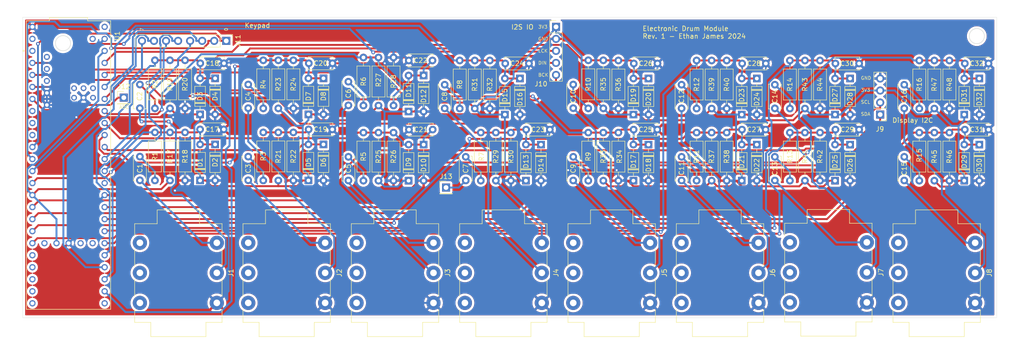
<source format=kicad_pcb>
(kicad_pcb (version 20240108) (generator "pcbnew") (generator_version "8.0")
  (layers (0 "F.Cu" signal) (31 "B.Cu" signal) (34 "B.Paste" user) (35 "F.Paste" user) (36 "B.SilkS" user "B.Silkscreen") (37 "F.SilkS" user "F.Silkscreen") (38 "B.Mask" user) (39 "F.Mask" user) (44 "Edge.Cuts" user))
  (net 0 "")
  (net 1 "/LCD_SCL2")
  (net 2 "/DAC_BCK")
  (net 3 "/LCD_SDA2")
  (net 6 "/DAC_LCK")
  (net 7 "/BUTTON7")
  (net 8 "/BUTTON5")
  (net 10 "/I2S_DOUT")
  (net 15 "/DAC_VCC")
  (net 17 "/DAC_DIN")
  (net 20 "/BUTTON0")
  (net 26 "/BUTTON6")
  (net 30 "/BUTTON3")
  (net 31 "/BUTTON4")
  (net 37 "/BUTTON2")
  (net 39 "/BUTTON1")
  (net 40 "GND")
  (net 41 "Net-(C1-Pad2)")
  (net 42 "/in_ch0")
  (net 43 "VCC")
  (net 44 "/in_ch1")
  (net 45 "/in_ch2")
  (net 46 "/in_ch3")
  (net 47 "Net-(C2-Pad2)")
  (net 48 "/out_ch0")
  (net 49 "/out_ch1")
  (net 50 "/out_ch2")
  (net 51 "/out_ch3")
  (net 58 "/in_ch9")
  (net 59 "/in_ch8")
  (net 66 "/in_ch11")
  (net 67 "/in_ch10")
  (net 70 "/in_ch13")
  (net 78 "Net-(C3-Pad2)")
  (net 79 "Net-(C4-Pad2)")
  (net 80 "Net-(C5-Pad2)")
  (net 81 "/in_ch4")
  (net 82 "/in_ch5")
  (net 83 "Net-(C6-Pad2)")
  (net 84 "Net-(C7-Pad2)")
  (net 85 "/in_ch6")
  (net 86 "/in_ch7")
  (net 87 "Net-(C8-Pad2)")
  (net 88 "/out_ch4")
  (net 89 "/out_ch5")
  (net 90 "/out_ch6")
  (net 91 "/out_ch7")
  (net 92 "/in_ch12")
  (net 93 "/in_ch14")
  (net 96 "/in_ch15")
  (net 98 "Net-(C9-Pad2)")
  (net 99 "Net-(C10-Pad2)")
  (net 100 "Net-(C11-Pad2)")
  (net 101 "Net-(C12-Pad2)")
  (net 102 "Net-(C13-Pad2)")
  (net 103 "Net-(C14-Pad2)")
  (net 104 "Net-(C15-Pad2)")
  (net 105 "Net-(C16-Pad2)")
  (net 106 "/out_ch8")
  (net 107 "/out_ch9")
  (net 108 "/out_ch10")
  (net 109 "/out_ch11")
  (net 110 "/out_ch12")
  (net 111 "/out_ch13")
  (net 112 "/out_ch14")
  (net 113 "/out_ch15")
  (footprint "Capacitor_THT:C_Disc_D5.0mm_W2.5mm_P5.00mm" (layer "F.Cu") (at 217.985 85.249 180)
    (property "Reference" "C29")
    (property "Value" "C")
  )
  (footprint "Resistor_THT:R_Axial_DIN0207_L6.3mm_D2.5mm_P10.16mm_Horizontal" (layer "F.Cu") (at 113.39 96.044 90)
    (property "Reference" "R5")
    (property "Value" "R")
  )
  (footprint "Resistor_THT:R_Axial_DIN0207_L6.3mm_D2.5mm_P10.16mm_Horizontal" (layer "F.Cu") (at 190.045 70.644 -90)
    (property "Reference" "R40")
    (property "Value" "R")
  )
  (footprint "Connector_PinHeader_2.54mm:PinHeader_1x04_P2.54mm_Vertical" (layer "F.Cu") (at 222.43 82.074 180)
    (property "Reference" "J9")
    (property "Value" "lcd_conn")
  )
  (footprint "Diode_THT:D_DO-35_SOD27_P7.62mm_Horizontal" (layer "F.Cu") (at 170.36 82.074 90)
    (property "Reference" "D19")
    (property "Value" "D")
  )
  (footprint "Resistor_THT:R_Axial_DIN0207_L6.3mm_D2.5mm_P10.16mm_Horizontal" (layer "F.Cu") (at 98.605 70.604 -90)
    (property "Reference" "R24")
    (property "Value" "R")
  )
  (footprint "Resistor_THT:R_Axial_DIN0207_L6.3mm_D2.5mm_P10.16mm_Horizontal" (layer "F.Cu") (at 237.035 70.644 -90)
    (property "Reference" "R48")
    (property "Value" "R")
  )
  (footprint "Capacitor_THT:C_Disc_D5.0mm_W2.5mm_P5.00mm" (layer "F.Cu") (at 180.52 96.004 90)
    (property "Reference" "C11")
    (property "Value" "C")
  )
  (footprint "Connector_Audio:Jack_6.35mm_Neutrik_NMJ6HCD2_Horizontal" (layer "F.Cu") (at 173.89 109.175 -90)
    (property "Reference" "J5")
    (property "Value" "Kick")
  )
  (footprint "Capacitor_THT:C_Disc_D5.0mm_W2.5mm_P5.00mm" (layer "F.Cu") (at 66.22 95.964 90)
    (property "Reference" "C1")
    (property "Value" "C")
  )
  (footprint "Capacitor_THT:C_Disc_D5.0mm_W2.5mm_P5.00mm" (layer "F.Cu") (at 106.86 71.239 180)
    (property "Reference" "C20")
    (property "Value" "C")
  )
  (footprint "Resistor_THT:R_Axial_DIN0207_L6.3mm_D2.5mm_P10.16mm_Horizontal" (layer "F.Cu") (at 160.835 80.764 90)
    (property "Reference" "R10")
    (property "Value" "R")
  )
  (footprint "Diode_THT:D_DO-35_SOD27_P7.62mm_Horizontal" (layer "F.Cu") (at 196.395 74.454 -90)
    (property "Reference" "D24")
    (property "Value" "D")
  )
  (footprint "Diode_THT:D_DO-35_SOD27_P7.62mm_Horizontal" (layer "F.Cu") (at 240.17 82.074 90)
    (property "Reference" "D31")
    (property "Value" "D")
  )
  (footprint "Resistor_THT:R_Axial_DIN0207_L6.3mm_D2.5mm_P10.16mm_Horizontal" (layer "F.Cu") (at 119.74 85.884 -90)
    (property "Reference" "R26")
    (property "Value" "R")
  )
  (footprint "Resistor_THT:R_Axial_DIN0207_L6.3mm_D2.5mm_P10.16mm_Horizontal" (layer "F.Cu") (at 230.685 96.044 90)
    (property "Reference" "R15")
    (property "Value" "R")
  )
  (footprint "Resistor_THT:R_Axial_DIN0207_L6.3mm_D2.5mm_P10.16mm_Horizontal" (layer "F.Cu") (at 164.01 80.764 90)
    (property "Reference" "R35")
    (property "Value" "R")
  )
  (footprint "Connector_Audio:Jack_6.35mm_Neutrik_NMJ6HCD2_Horizontal" (layer "F.Cu") (at 128.17 109.175 -90)
    (property "Reference" "J3")
    (property "Value" "Ride")
  )
  (footprint "Capacitor_THT:C_Disc_D5.0mm_W2.5mm_P5.00mm" (layer "F.Cu") (at 217.985 71.279 180)
    (property "Reference" "C30")
    (property "Value" "C")
  )
  (footprint "Diode_THT:D_DO-35_SOD27_P7.62mm_Horizontal" (layer "F.Cu") (at 240.17 96.044 90)
    (property "Reference" "D29")
    (property "Value" "D")
  )
  (footprint "Capacitor_THT:C_Disc_D5.0mm_W2.5mm_P5.00mm" (layer "F.Cu") (at 134.98 96.004 90)
    (property "Reference" "C7")
    (property "Value" "C")
  )
  (footprint "Connector_PinHeader_2.54mm:PinHeader_1x01_P2.54mm_Vertical" (layer "F.Cu") (at 62.82 78.5)
    (property "Reference" "J12")
    (property "Value" "Conn_01x01_Pin")
  )
  (footprint "Connector_PinHeader_2.54mm:PinHeader_1x05_P2.54mm_Vertical" (layer "F.Cu") (at 154.03 63.54)
    (property "Reference" "J10")
    (property "Value" "Conn_01x05_Pin")
  )
  (footprint "Diode_THT:D_DO-35_SOD27_P7.62mm_Horizontal" (layer "F.Cu") (at 216.08 88.424 -90)
    (property "Reference" "D26")
    (property "Value" "D")
  )
  (footprint "Capacitor_THT:C_Disc_D5.0mm_W2.5mm_P5.00mm" (layer "F.Cu") (at 180.52 80.764 90)
    (property "Reference" "C12")
    (property "Value" "C")
  )
  (footprint "Diode_THT:D_DO-35_SOD27_P7.62mm_Horizontal" (layer "F.Cu") (at 122.915 96.044 90)
    (property "Reference" "D9")
    (property "Value" "D")
  )
  (footprint "Connector_PinHeader_2.54mm:PinHeader_1x08_P2.54mm_Vertical" (layer "F.Cu") (at 84.44 66.5 -90)
    (property "Reference" "J11")
    (property "Value" "keypad_conn")
  )
  (footprint "Connector_PinHeader_2.54mm:PinHeader_1x01_P2.54mm_Vertical" (layer "F.Cu") (at 130.82 97.5)
    (property "Reference" "J13")
    (property "Value" "Conn_01x01_Pin")
  )
  (footprint "Capacitor_THT:C_Disc_D5.0mm_W2.5mm_P5.00mm" (layer "F.Cu") (at 198.3 71.279 180)
    (property "Reference" "C28")
    (property "Value" "C")
  )
  (footprint "Resistor_THT:R_Axial_DIN0207_L6.3mm_D2.5mm_P10.16mm_Horizontal" (layer "F.Cu") (at 92.255 80.764 90)
    (property "Reference" "R4")
    (property "Value" "R")
  )
  (footprint "Capacitor_THT:C_Disc_D5.0mm_W2.5mm_P5.00mm" (layer "F.Cu") (at 227.51 80.764 90)
    (property "Reference" "C16")
    (property "Value" "C")
  )
  (footprint "Resistor_THT:R_Axial_DIN0207_L6.3mm_D2.5mm_P10.16mm_Horizontal" (layer "F.Cu") (at 138.155 96.044 90)
    (property "Reference" "R7")
    (property "Value" "R")
  )
  (footprint "Resistor_THT:R_Axial_DIN0207_L6.3mm_D2.5mm_P10.16mm_Horizontal" (layer "F.Cu") (at 206.555 96.044 90)
    (property "Reference" "R41")
    (property "Value" "R")
  )
  (footprint "Resistor_THT:R_Axial_DIN0207_L6.3mm_D2.5mm_P10.16mm_Horizontal" (layer "F.Cu") (at 209.73 70.644 -90)
    (property "Reference" "R44")
    (property "Value" "R")
  )
  (footprint "Resistor_THT:R_Axial_DIN0207_L6.3mm_D2.5mm_P10.16mm_Horizontal" (layer "F.Cu") (at 75.745 70.604 -90)
    (property "Reference" "R20")
    (property "Value" "R")
  )
  (footprint "Resistor_THT:R_Axial_DIN0207_L6.3mm_D2.5mm_P10.16mm_Horizontal" (layer "F.Cu") (at 183.695 80.804 90)
    (property "Reference" "R12")
    (property "Value" "R")
  )
  (footprint "Resistor_THT:R_Axial_DIN0207_L6.3mm_D2.5mm_P10.16mm_Horizontal" (layer "F.Cu") (at 167.185 70.644 -90)
    (property "Reference" "R36")
    (property "Value" "R")
  )
  (footprint "Connector_Audio:Jack_6.35mm_Neutrik_NMJ6HCD2_Horizontal" (layer "F.Cu") (at 82.45 109.175 -90)
    (property "Reference" "J1")
    (property "Value" "Snare")
  )
  (footprint "Resistor_THT:R_Axial_DIN0207_L6.3mm_D2.5mm_P10.16mm_Horizontal" (layer "F.Cu") (at 116.565 80.169 90)
    (property "Reference" "R27")
    (property "Value" "R")
  )
  (footprint "Resistor_THT:R_Axial_DIN0207_L6.3mm_D2.5mm_P10.16mm_Horizontal" (layer "F.Cu") (at 160.835 96.044 90)
    (property "Reference" "R9")
    (property "Value" "R")
  )
  (footprint "Resistor_THT:R_Axial_DIN0207_L6.3mm_D2.5mm_P10.16mm_Horizontal" (layer "F.Cu") (at 164.01 96.044 90)
    (property "Reference" "R33")
    (property "Value" "R")
  )
  (footprint "Connector_Audio:Jack_6.35mm_Neutrik_NMJ6HCD2_Horizontal" (layer "F.Cu") (at 151.03 109.175 -90)
    (property "Reference" "J4")
    (property "Value" "Hi-Hat")
  )
  (footprint "Connector_Audio:Jack_6.35mm_Neutrik_NMJ6HCD2_Horizontal" (layer "F.Cu") (at 196.75 109.175 -90)
    (property "Reference" "J6")
    (property "Value" "High Tom")
  )
  (footprint "Resistor_THT:R_Axial_DIN0207_L6.3mm_D2.5mm_P10.16mm_Horizontal" (layer "F.Cu") (at 230.685 80.804 90)
    (property "Reference" "R16")
    (property "Value" "R")
  )
  (footprint "Resistor_THT:R_Axial_DIN0207_L6.3mm_D2.5mm_P10.16mm_Horizontal" (layer "F.Cu") (at 186.87 96.044 90)
    (property "Reference" "R37")
    (property "Value" "R")
  )
  (footprint "Resistor_THT:R_Axial_DIN0207_L6.3mm_D2.5mm_P10.16mm_Horizontal" (layer "F.Cu") (at 167.185 85.884 -90)
    (property "Reference" "R34")
    (property "Value" "R")
  )
  (footprint "Capacitor_THT:C_Disc_D5.0mm_W2.5mm_P5.00mm" (layer "F.Cu") (at 157.66 80.724 90)
    (property "Reference" "C10")
    (property "Value" "C")
  )
  (footprint "Diode_THT:D_DO-35_SOD27_P7.62mm_Horizontal" (layer "F.Cu") (at 196.395 88.424 -90)
    (property "Reference" "D22")
    (property "Value" "D")
  )
  (footprint "Resistor_THT:R_Axial_DIN0207_L6.3mm_D2.5mm_P10.16mm_Horizontal" (layer "F.Cu") (at 233.86 96.044 90)
    (property "Reference" "R45")
    (property "Value" "R")
  )
  (footprint "Diode_THT:D_DO-35_SOD27_P7.62mm_Horizontal" (layer "F.Cu") (at 173.535 88.424 -90)
    (property "Reference" "D18")
    (property "Value" "D")
  )
  (footprint "Diode_THT:D_DO-35_SOD27_P7.62mm_Horizontal" (layer "F.Cu") (at 150.855 88.424 -90)
    (property "Reference" "D14")
    (property "Value" "D")
  )
  (footprint "Diode_THT:D_DO-35_SOD27_P7.62mm_Horizontal" (layer "F.Cu") (at 146.41 74.454 -90)
    (property "Reference" "D16")
    (property "Value" "D")
  )
  (footprint "Resistor_THT:R_Axial_DIN0207_L6.3mm_D2.5mm_P10.16mm_Horizontal" (layer "F.Cu") (at 69.395 80.764 90)
    (property "Reference" "R2")
    (property "Value" "R")
  )
  (footprint "Resistor_THT:R_Axial_DIN0207_L6.3mm_D2.5mm_P10.16mm_Horizontal" (layer "F.Cu") (at 69.395 96.004 90)
    (property "Reference" "R1")
    (property "Value" "R")
  )
  (footprint "Diode_THT:D_DO-35_SOD27_P7.62mm_Horizontal" (layer "F.Cu") (at 126.09 88.424 -90)
    (property "Reference" "D10")
    (property "Value" "D")
  )
  (footprint "Diode_THT:D_DO-35_SOD27_P7.62mm_Horizontal" (layer "F.Cu") (at 243.345 88.424 -90)
    (property "Reference" "D30")
    (property "Value" "D")
  )
  (footprint "Diode_THT:D_DO-35_SOD27_P7.62mm_Horizontal" (layer "F.Cu") (at 170.36 96.044 90)
    (property "Reference" "D17")
    (property "Value" "D")
  )
  (footprint "Resistor_THT:R_Axial_DIN0207_L6.3mm_D2.5mm_P10.16mm_Horizontal" (layer "F.Cu") (at 233.86 80.804 90)
    (property "Reference" "R47")
    (property "Value" "R")
  )
  (footprint "Resistor_THT:R_Axial_DIN0207_L6.3mm_D2.5mm_P10.16mm_Horizontal" (layer "F.Cu") (at 209.73 85.884 -90)
    (property "Reference" "R42")
    (property "Value" "R")
  )
  (footprint "Resistor_THT:R_Axial_DIN0207_L6.3mm_D2.5mm_P10.16mm_Horizontal" (layer "F.Cu") (at 72.57 96.004 90)
    (property "Reference" "R17")
    (property "Value" "R")
  )
  (footprint "Diode_THT:D_DO-35_SOD27_P7.62mm_Horizontal" (layer "F.Cu") (at 243.345 74.454 -90)
    (property "Reference" "D32")
    (property "Value" "D")
  )
  (footprint "Capacitor_THT:C_Disc_D5.0mm_W2.5mm_P5.00mm" (layer "F.Cu") (at 130.535 80.764 90)
    (property "Reference" "C8")
    (property "Value" "C")
  )
  (footprint "Teensy-4.1:MODULE_DEV-16771" (layer "F.Cu") (at 51.16 92.75 -90)
    (property "Reference" "U1")
    (property "Value" "DEV-16771")
  )
  (footprint "Connector_Audio:Jack_6.35mm_Neutrik_NMJ6HCD2_Horizontal" (layer "F.Cu") (at 219.61 109.0795 -90)
    (property "Reference" "J7")
    (property "Value" "Mid Tom")
  )
  (footprint "Resistor_THT:R_Axial_DIN0207_L6.3mm_D2.5mm_P10.16mm_Horizontal" (layer "F.Cu") (at 95.43 80.764 90)
    (property "Reference" "R23")
    (property "Value" "R")
  )
  (footprint "Resistor_THT:R_Axial_DIN0207_L6.3mm_D2.5mm_P10.16mm_Horizontal" (layer "F.Cu") (at 119.74 80.169 90)
    (property "Reference" "R28")
    (property "Value" "R")
  )
  (footprint "Capacitor_THT:C_Disc_D5.0mm_W2.5mm_P5.00mm" (layer "F.Cu") (at 152.72 85.249 180)
    (property "Reference" "C23")
    (property "Value" "C")
  )
  (footprint "Capacitor_THT:C_Disc_D5.0mm_W2.5mm_P5.00mm" (layer "F.Cu") (at 122.955 70.644)
    (property "Reference" "C22")
    (property "Value" "C")
  )
  (footprint "Capacitor_THT:C_Disc_D5.0mm_W2.5mm_P5.00mm" (layer "F.Cu") (at 198.26 85.249 180)
    (property "Reference" "C27")
    (property "Value" "C")
  )
  (footprint "Resistor_THT:R_Axial_DIN0207_L6.3mm_D2.5mm_P10.16mm_Horizontal" (layer "F.Cu") (at 203.38 80.804 90)
    (property "Reference" "R14")
    (property "Value" "R")
  )
  (footprint "Diode_THT:D_DO-35_SOD27_P7.62mm_Horizontal" (layer "F.Cu") (at 193.22 96.044 90)
    (property "Reference" "D21")
    (property "Value" "D")
  )
  (footprint "Capacitor_THT:C_Disc_D5.0mm_W2.5mm_P5.00mm" (layer "F.Cu") (at 175.44 71.279 180)
    (property "Reference" "C26")
    (property "Value" "C")
  )
  (footprint "Capacitor_THT:C_Disc_D5.0mm_W2.5mm_P5.00mm" (layer "F.Cu") (at 200.205 96.004 90)
    (property "Reference" "C13")
    (property "Value" "C")
  )
  (footprint "Diode_THT:D_DO-35_SOD27_P7.62mm_Horizontal" (layer "F.Cu") (at 193.22 82.074 90)
    (property "Reference" "D23")
    (property "Value" "D")
  )
  (footprint "Capacitor_THT:C_Disc_D5.0mm_W2.5mm_P5.00mm" (layer "F.Cu") (at 89.08 95.964 90)
    (property "Reference" "C3")
    (property "Value" "C")
  )
  (footprint "Connector_Audio:Jack_6.35mm_Neutrik_NMJ6HCD2_Horizontal" (layer "F.Cu") (at 242.47 109.175 -90)
    (property "Reference" "J8")
    (property "Value" "Floor Tom")
  )
  (footprint "Resistor_THT:R_Axial_DIN0207_L6.3mm_D2.5mm_P10.16mm_Horizontal" (layer "F.Cu") (at 203.38 96.044 90)
    (property "Reference" "R13")
    (property "Value" "R")
  )
  (footprint "Resistor_THT:R_Axial_DIN0207_L6.3mm_D2.5mm_P10.16mm_Horizontal" (layer "F.Cu") (at 98.605 85.844 -90)
    (property "Reference" "R22")
    (property "Value" "R")
  )
  (footprint "Capacitor_THT:C_Disc_D5.0mm_W2.5mm_P5.00mm" (layer "F.Cu") (at 89.08 80.724 90)
    (property "Reference" "C4")
    (property "Value" "C")
  )
  (footprint "Diode_THT:D_DO-35_SOD27_P7.62mm_Horizontal" (layer "F.Cu") (at 104.955 74.414 -90)
    (property "Reference" "D8")
    (property "Value" "D")
  )
  (footprint "Capacitor_THT:C_Disc_D5.0mm_W2.5mm_P5.00mm" (layer "F.Cu") (at 106.82 85.209 180)
    (property "Reference" "C19")
    (property "Value" "C")
  )
  (footprint "Diode_THT:D_DO-35_SOD27_P7.62mm_Horizontal" (layer "F.Cu") (at 101.78 82.034 90)
    (property "Reference" "D7")
    (property "Value" "D")
  )
  (footprint "Diode_THT:D_DO-35_SOD27_P7.62mm_Horizontal" (layer "F.Cu") (at 78.92 82.034 90)
    (property "Reference" "D3")
    (property "Value" "D")
  )
  (footprint "Capacitor_THT:C_Disc_D5.0mm_W2.5mm_P5.00mm" (layer "F.Cu") (at 245.29 71.279 180)
    (property "Reference" "C32")
    (property "Value" "C")
  )
  (footprint "Resistor_THT:R_Axial_DIN0207_L6.3mm_D2.5mm_P10.16mm_Horizontal" (layer "F.Cu") (at 75.745 85.844 -90)
    (property "Reference" "R18")
    (property "Value" "R")
  )
  (footprint "Diode_THT:D_DO-35_SOD27_P7.62mm_Horizontal" (layer "F.Cu") (at 82.095 88.384 -90)
    (property "Reference" "D2")
    (property "Value" "D")
  )
  (footprint "Capacitor_THT:C_Disc_D5.0mm_W2.5mm_P5.00mm" (layer "F.Cu") (at 200.205 80.764 90)
    (property "Reference" "C14")
    (property "Value" "C")
  )
  (footprint "Diode_THT:D_DO-35_SOD27_P7.62mm_Horizontal" (layer "F.Cu") (at 212.905 96.044 90)
    (property "Reference" "D25")
    (property "Value" "D")
  )
  (footprint "Diode_THT:D_DO-35_SOD27_P7.62mm_Horizontal" (layer "F.Cu") (at 126.09 73.819 -90)
    (property "Reference" "D12")
    (property "Value" "D")
  )
  (footprint "Capacitor_THT:C_Disc_D5.0mm_W2.5mm_P5.00mm" (layer "F.Cu") (at 83.96 71.239 180)
    (property "Reference" "C18")
    (property "Value" "C")
  )
  (footprint "Capacitor_THT:C_Disc_D5.0mm_W2.5mm_P5.00mm" (layer "F.Cu") (at 148.315 71.279 180)
    (property "Reference" "C24")
    (property "Value" "C")
  )
  (footprint "Resistor_THT:R_Axial_DIN0207_L6.3mm_D2.5mm_P10.16mm_Horizontal" (layer "F.Cu") (at 144.505 85.884 -90)
    (property "Reference" "R30")
    (property "Value" "R")
  )
  (footprint "Capacitor_THT:C_Disc_D5.0mm_W2.5mm_P5.00mm" (layer "F.Cu") (at 110.215 96.004 90)
    (property "Reference" "C5")
    (property "Value" "C")
  )
  (footprint "Diode_THT:D_DO-35_SOD27_P7.62mm_Horizontal" (layer "F.Cu") (at 212.905 82.074 90)
    (property "Reference" "D27")
    (property "Value" "D")
  )
  (footprint "Resistor_THT:R_Axial_DIN0207_L6.3mm_D2.5mm_P10.16mm_Horizontal" (layer "F.Cu") (at 183.695 96.044 90)
    (property "Reference" "R11")
    (property "Value" "R")
  )
  (footprint "Connector_Audio:Jack_6.35mm_Neutrik_NMJ6HCD2_Horizontal" (layer "F.Cu") (at 105.31 109.175 -90)
    (property "Reference" "J2")
    (property "Value" "Crash")
  )
  (footprint "Resistor_THT:R_Axial_DIN0207_L6.3mm_D2.5mm_P10.16mm_Horizontal" (layer "F.Cu") (at 133.71 80.804 90)
    (property "Reference" "R8")
    (property "Value" "R")
  )
  (footprint "Resistor_THT:R_Axial_DIN0207_L6.3mm_D2.5mm_P10.16mm_Horizontal" (layer "F.Cu") (at 113.39 80.169 90)
    (property "Reference" "R6")
    (property "Value" "R")
  )
  (footprint "Capacitor_THT:C_Disc_D5.0mm_W2.5mm_P5.00mm" (layer "F.Cu") (at 122.995 85.249)
    (property "Reference" "C21")
    (property "Value" "C")
  )
  (footprint "Diode_THT:D_DO-35_SOD27_P7.62mm_Horizontal" (layer "F.Cu") (at 78.92 96.004 90)
    (property "Reference" "D1")
    (property "Value" "D")
  )
  (footprint "Resistor_THT:R_Axial_DIN0207_L6.3mm_D2.5mm_P10.16mm_Horizontal" (layer "F.Cu") (at 206.555 80.804 90)
    (property "Reference" "R43")
    (property "Value" "R")
  )
  (footprint "Resistor_THT:R_Axial_DIN0207_L6.3mm_D2.5mm_P10.16mm_Horizontal" (layer "F.Cu") (at 140.06 70.644 -90)
    (property "Reference" "R32")
    (property "Value" "R")
  )
  (footprint "Diode_THT:D_DO-35_SOD27_P7.62mm_Horizontal" (layer "F.Cu") (at 82.095 74.414 -90)
    (property "Reference" "D4")
    (property "Value" "D")
  )
  (footprint "Resistor_THT:R_Axial_DIN0207_L6.3mm_D2.5mm_P10.16mm_Horizontal" (layer "F.Cu") (at 72.57 80.764 90)
    (property "Reference" "R19")
    (property "Value" "R")
  )
  (footprint "Resistor_THT:R_Axial_DIN0207_L6.3mm_D2.5mm_P10.16mm_Horizontal" (layer "F.Cu") (at 92.255 96.004 90)
    (property "Reference" "R3")
    (property "Value" "R")
  )
  (footprint "Capacitor_THT:C_Disc_D5.0mm_W2.5mm_P5.00mm" (layer "F.Cu") (at 175.4 85.249 180)
    (property "Reference" "C25")
    (property "Value" "C")
  )
  (footprint "Capacitor_THT:C_Disc_D5.0mm_W2.5mm_P5.00mm" (layer "F.Cu") (at 245.29 85.249 180)
    (property "Reference" "C31")
    (property "Value" "C")
  )
  (footprint "Capacitor_THT:C_Disc_D5.0mm_W2.5mm_P5.00mm" (layer "F.Cu") (at 66.22 80.724 90)
    (property "Reference" "C2")
    (property "Value" "C")
  )
  (footprint "Resistor_THT:R_Axial_DIN0207_L6.3mm_D2.5mm_P10.16mm_Horizontal" (layer "F.Cu") (at 190.045 85.884 -90)
    (property "Reference" "R38")
    (property "Value" "R")
  )
  (footprint "Resistor_THT:R_Axial_DIN0207_L6.3mm_D2.5mm_P10.16mm_Horizontal" (layer "F.Cu") (at 186.87 80.804 90)
    (property "Reference" "R39")
    (property "Value" "R")
  )
  (footprint "Diode_THT:D_DO-35_SOD27_P7.62mm_Horizontal" (layer "F.Cu") (at 173.535 74.454 -90)
    (property "Reference" "D20")
    (property "Value" "D")
  )
  (footprint "Capacitor_THT:C_Disc_D5.0mm_W2.5mm_P5.00mm" (layer "F.Cu") (at 227.51 96.004 90)
    (property "Reference" "C15")
    (property "Value" "C")
  )
  (footprint "Capacitor_THT:C_Disc_D5.0mm_W2.5mm_P5.00mm" (layer "F.Cu") (at 157.66 96.004 90)
    (property "Reference" "C9")
    (property "Value" "C")
  )
  (footprint "Capacitor_THT:C_Disc_D5.0mm_W2.5mm_P5.00mm" (layer "F.Cu") (at 83.92 85.209 180)
    (property "Reference" "C17")
    (property "Value" "C")
  )
  (footprint "Diode_THT:D_DO-35_SOD27_P7.62mm_Horizontal" (layer "F.Cu") (at 101.78 96.004 90)
    (property "Reference" "D5")
    (property "Value" "D")
  )
  (footprint "Resistor_THT:R_Axial_DIN0207_L6.3mm_D2.5mm_P10.16mm_Horizontal" (layer "F.Cu") (at 237.035 85.884 -90)
    (property "Reference" "R46")
    (property "Value" "R")
  )
  (footprint "Resistor_THT:R_Axial_DIN0207_L6.3mm_D2.5mm_P10.16mm_Horizontal" (layer "F.Cu") (at 116.565 96.044 90)
    (property "Reference" "R25")
    (property "Value" "R")
  )
  (footprint "Resistor_THT:R_Axial_DIN0207_L6.3mm_D2.5mm_P10.16mm_Horizontal" (layer "F.Cu") (at 95.43 96.004 90)
    (property "Reference" "R21")
    (property "Value" "R")
  )
  (footprint "Diode_THT:D_DO-35_SOD27_P7.62mm_Horizontal" (layer "F.Cu") (at 147.68 96.044 90)
    (property "Reference" "D13")
    (property "Value" "D")
  )
  (footprint "Resistor_THT:R_Axial_DIN0207_L6.3mm_D2.5mm_P10.16mm_Horizontal" (layer "F.Cu") (at 136.885 80.804 90)
    (property "Reference" "R31")
    (property "Value" "R")
  )
  (footprint "Diode_THT:D_DO-35_SOD27_P7.62mm_Horizontal" (layer "F.Cu") (at 122.915 81.439 90)
    (property "Reference" "D11")
    (property "Value" "D")
  )
  (footprint "Capacitor_THT:C_Disc_D5.0mm_W2.5mm_P5.00mm" (layer "F.Cu") (at 110.215 80.129 90)
    (property "Reference" "C6")
    (property "Value" "C")
  )
  (footprint "Diode_THT:D_DO-35_SOD27_P7.62mm_Horizontal" (layer "F.Cu") (at 104.955 88.384 -90)
    (property "Reference" "D6")
    (property "Value" "D")
  )
  (footprint "Diode_THT:D_DO-35_SOD27_P7.62mm_Horizontal" (layer "F.Cu") (at 216.08 74.454 -90)
    (property "Reference" "D28")
    (property "Value" "D")
  )
  (footprint "Diode_THT:D_DO-35_SOD27_P7.62mm_Horizontal" (layer "F.Cu") (at 143.235 82.074 90)
    (property "Reference" "D15")
    (property "Value" "D")
  )
  (footprint "Resistor_THT:R_Axial_DIN0207_L6.3mm_D2.5mm_P10.16mm_Horizontal" (layer "F.Cu") (at 141.33 96.044 90)
    (property "Reference" "R29")
    (property "Value" "R")
  )
  (gr_circle (center 50 67) (end 51.6 67) (stroke (width 0.1)) (fill none) (layer "Edge.Cuts"))
  (gr_circle (center 242.82 65.5) (end 244.42 65.5) (stroke (width 0.1)) (fill none) (layer "Edge.Cuts"))
  (gr_rect (start 41.5 61.5) (end 247 125) (stroke (width 0.05)) (fill none) (layer "Edge.Cuts"))
  (gr_text "I2S IO" (at 144.505 64.175 0) (layer "F.SilkS") (effects (font (size 1 1)) (justify left bottom)))
  (gr_text "Display I2C" (at 224.91455 83.88355 0) (layer "F.SilkS") (effects (font (size 1 1)) (justify left bottom)))
  (gr_text "Electronic Drum Module\nRev. 1 - Ethan James 2024" (at 172.20955 66.10355 0) (layer "F.SilkS") (effects (font (size 1 1)) (justify left bottom)))
  (gr_text "7" (at 66.66 64.49955 90) (layer "F.SilkS") (effects (font (size 0.7 0.7) (thickness 0.1)) (justify left)))
  (gr_text "BCK" (at 150.22 73.7 0) (layer "F.SilkS") (effects (font (size 0.7 0.7) (thickness 0.1)) (justify left)))
  (gr_text "GND" (at 218.31055 74.35855 0) (layer "F.SilkS") (effects (font (size 0.7 0.7) (thickness 0.1)) (justify left)))
  (gr_text "3V3" (at 218.31055 76.89855 0) (layer "F.SilkS") (effects (font (size 0.7 0.7) (thickness 0.1)) (justify left)))
  (gr_text "ADC" (at 61.82 80.5 0) (layer "F.SilkS") (effects (font (size 0.7 0.7) (thickness 0.1)) (justify left)))
  (gr_text "GND\n" (at 150.22 66.08 0) (layer "F.SilkS") (effects (font (size 0.7 0.7) (thickness 0.1)) (justify left)))
  (gr_text "DIN" (at 150.22 71.16 0) (layer "F.SilkS") (effects (font (size 0.7 0.7) (thickness 0.1)) (justify left)))
  (gr_text "Keypad" (at 88.25 63.841 0) (layer "F.SilkS") (effects (font (size 1 1)) (justify left bottom)))
  (gr_text "3V3" (at 150.22 63.54 0) (layer "F.SilkS") (effects (font (size 0.7 0.7) (thickness 0.1)) (justify left)))
  (gr_text "LCK" (at 150.22 68.62 0) (layer "F.SilkS") (effects (font (size 0.7 0.7) (thickness 0.1)) (justify left)))
  (gr_text "SDA" (at 218.31055 81.97855 0) (layer "F.SilkS") (effects (font (size 0.7 0.7) (thickness 0.1)) (justify left)))
  (gr_text "SCL" (at 218.31055 79.43855 0) (layer "F.SilkS") (effects (font (size 0.7 0.7) (thickness 0.1)) (justify left)))
  (gr_text "0" (at 84.44 64.476 90) (layer "F.SilkS") (effects (font (size 0.7 0.7) (thickness 0.1)) (justify left)))
  (segment (start 220.5766 81.6221) (end 220.5766 84.3974) (width 0.4) (layer "F.Cu") (net 1))
  (segment (start 211.7048 87.0842) (end 209.519 89.27) (width 0.4) (layer "F.Cu") (net 1))
  (segment (start 113.4227 89.6257) (end 102.842 100.2064) (width 0.4) (layer "F.Cu") (net 1))
  (segment (start 221.413 80.7857) (end 220.5766 81.6221) (width 0.4) (layer "F.Cu") (net 1))
  (segment (start 217.8898 87.0842) (end 211.7048 87.0842) (width 0.4) (layer "F.Cu") (net 1))
  (segment (start 220.5766 84.3974) (end 217.8898 87.0842) (width 0.4) (layer "F.Cu") (net 1))
  (segment (start 102.842 100.2064) (end 44.9735 100.2064) (width 0.4) (layer "F.Cu") (net 1))
  (segment (start 206.7809 89.27) (end 206.4252 89.6257) (width 0.4) (layer "F.Cu") (net 1))
  (segment (start 206.4252 89.6257) (end 113.4227 89.6257) (width 0.4) (layer "F.Cu") (net 1))
  (segment (start 222.43 79.534) (end 222.43 80.7857) (width 0.4) (layer "F.Cu") (net 1))
  (segment (start 209.519 89.27) (end 206.7809 89.27) (width 0.4) (layer "F.Cu") (net 1))
  (segment (start 222.43 80.7857) (end 221.413 80.7857) (width 0.4) (layer "F.Cu") (net 1))
  (segment (start 44.9735 100.2064) (end 44.9735 100.2065) (width 0.4) (layer "F.Cu") (net 1))
  (segment (start 44.9735 100.2065) (end 43.54 101.64) (width 0.4) (layer "F.Cu") (net 1))
  (segment (start 50.5641 74.7591) (end 49.0832 76.24) (width 0.4) (layer "F.Cu") (net 2))
  (segment (start 78.1454 76.9607) (end 75.0869 73.9022) (width 0.4) (layer "F.Cu") (net 2))
  (segment (start 154.03 74.9517) (end 149.9237 79.058) (width 0.4) (layer "F.Cu") (net 2))
  (segment (start 95.081 76.9607) (end 78.1454 76.9607) (width 0.4) (layer "F.Cu") (net 2))
  (segment (start 75.0869 73.9022) (end 61.739 73.9022) (width 0.4) (layer "F.Cu") (net 2))
  (segment (start 96.9806 78.8603) (end 95.081 76.9607) (width 0.4) (layer "F.Cu") (net 2))
  (segment (start 49.0832 76.24) (end 43.54 76.24) (width 0.4) (layer "F.Cu") (net 2))
  (segment (start 148.6265 78.8603) (end 96.9806 78.8603) (width 0.4) (layer "F.Cu") (net 2))
  (segment (start 60.8821 74.7591) (end 50.5641 74.7591) (width 0.4) (layer "F.Cu") (net 2))
  (segment (start 148.8242 79.058) (end 148.6265 78.8603) (width 0.4) (layer "F.Cu") (net 2))
  (segment (start 154.03 73.7) (end 154.03 74.9517) (width 0.4) (layer "F.Cu") (net 2))
  (segment (start 149.9237 79.058) (end 148.8242 79.058) (width 0.4) (layer "F.Cu") (net 2))
  (segment (start 61.739 73.9022) (end 60.8821 74.7591) (width 0.4) (layer "F.Cu") (net 2))
  (segment (start 213.9024 92.8074) (end 222.43 84.2798) (width 0.4) (layer "F.Cu") (net 3))
  (segment (start 222.43 84.2798) (end 222.43 82.074) (width 0.4) (layer "F.Cu") (net 3))
  (segment (start 43.54 104.18) (end 44.81 102.91) (width 0.4) (layer "F.Cu") (net 3))
  (segment (start 44.81 102.91) (end 146.379 102.91) (width 0.4) (layer "F.Cu") (net 3))
  (segment (start 156.4816 92.8074) (end 213.9024 92.8074) (width 0.4) (layer "F.Cu") (net 3))
  (segment (start 146.379 102.91) (end 156.4816 92.8074) (width 0.4) (layer "F.Cu") (net 3))
  (segment (start 88.028 69.5556) (end 82.8218 69.5556) (width 0.4) (layer "F.Cu") (net 6))
  (segment (start 51.8024 72.5646) (end 50.667 73.7) (width 0.4) (layer "F.Cu") (net 6))
  (segment (start 82.8218 69.5556) (end 79.8128 72.5646) (width 0.4) (layer "F.Cu") (net 6))
  (segment (start 154.03 68.62) (end 152.7783 68.62) (width 0.4) (layer "F.Cu") (net 6))
  (segment (start 152.7783 68.62) (end 152.2647 68.1064) (width 0.4) (layer "F.Cu") (net 6))
  (segment (start 50.667 73.7) (end 43.54 73.7) (width 0.4) (layer "F.Cu") (net 6))
  (segment (start 89.4772 68.1064) (end 88.028 69.5556) (width 0.4) (layer "F.Cu") (net 6))
  (segment (start 79.8128 72.5646) (end 51.8024 72.5646) (width 0.4) (layer "F.Cu") (net 6))
  (segment (start 152.2647 68.1064) (end 89.4772 68.1064) (width 0.4) (layer "F.Cu") (net 6))
  (segment (start 57.0963 86.5839) (end 58.5502 85.13) (width 0.4) (layer "B.Cu") (net 7))
  (segment (start 58.5353 97.83) (end 57.0963 96.391) (width 0.4) (layer "B.Cu") (net 7))
  (segment (start 66.66 72.3939) (end 66.66 66.5) (width 0.4) (layer "B.Cu") (net 7))
  (segment (start 63.8364 79.7517) (end 64.0717 79.5164) (width 0.4) (layer "B.Cu") (net 7))
  (segment (start 61.8035 82.3881) (end 61.8035 81.7052) (width 0.4) (layer "B.Cu") (net 7))
  (segment (start 64.0717 74.9822) (end 66.66 72.3939) (width 0.4) (layer "B.Cu") (net 7))
  (segment (start 61.8035 81.7052) (end 63.757 79.7517) (width 0.4) (layer "B.Cu") (net 7))
  (segment (start 59.8512 98.6123) (end 59.0689 97.83) (width 0.4) (layer "B.Cu") (net 7))
  (segment (start 59.0616 85.13) (end 61.8035 82.3881) (width 0.4) (layer "B.Cu") (net 7))
  (segment (start 63.757 79.7517) (end 63.8364 79.7517) (width 0.4) (layer "B.Cu") (net 7))
  (segment (start 59.8512 110.7288) (end 59.8512 98.6123) (width 0.4) (layer "B.Cu") (net 7))
  (segment (start 64.0717 79.5164) (end 64.0717 74.9822) (width 0.4) (layer "B.Cu") (net 7))
  (segment (start 58.78 111.8) (end 59.8512 110.7288) (width 0.4) (layer "B.Cu") (net 7))
  (segment (start 59.0689 97.83) (end 58.5353 97.83) (width 0.4) (layer "B.Cu") (net 7))
  (segment (start 58.5502 85.13) (end 59.0616 85.13) (width 0.4) (layer "B.Cu") (net 7))
  (segment (start 57.0963 96.391) (end 57.0963 86.5839) (width 0.4) (layer "B.Cu") (net 7))
  (segment (start 67.4217 84.3569) (end 67.4217 76.9661) (width 0.4) (layer "B.Cu") (net 8))
  (segment (start 71.2213 73.1665) (end 71.2213 68.2703) (width 0.4) (layer "B.Cu") (net 8))
  (segment (start 58.7359 92.5357) (end 59.2429 92.5357) (width 0.4) (layer "B.Cu") (net 8))
  (segment (start 60.4529 115.2071) (end 60.4529 96.7249) (width 0.4) (layer "B.Cu") (net 8))
  (segment (start 60.4529 96.7249) (end 59.018 95.29) (width 0.4) (layer "B.Cu") (net 8))
  (segment (start 58.78 116.88) (end 60.4529 115.2071) (width 0.4) (layer "B.Cu") (net 8))
  (segment (start 57.7056 93.566) (end 58.7359 92.5357) (width 0.4) (layer "B.Cu") (net 8))
  (segment (start 57.7056 94.4698) (end 57.7056 93.566) (width 0.4) (layer "B.Cu") (net 8))
  (segment (start 59.018 95.29) (end 58.5258 95.29) (width 0.4) (layer "B.Cu") (net 8))
  (segment (start 58.5258 95.29) (end 57.7056 94.4698) (width 0.4) (layer "B.Cu") (net 8))
  (segment (start 71.2213 68.2703) (end 71.2214 68.2703) (width 0.4) (layer "B.Cu") (net 8))
  (segment (start 59.2429 92.5357) (end 67.4217 84.3569) (width 0.4) (layer "B.Cu") (net 8))
  (segment (start 71.74 66.5) (end 71.74 67.7517) (width 0.4) (layer "B.Cu") (net 8))
  (segment (start 71.2214 68.2703) (end 71.74 67.7517) (width 0.4) (layer "B.Cu") (net 8))
  (segment (start 67.4217 76.9661) (end 71.2213 73.1665) (width 0.4) (layer "B.Cu") (net 8))
  (segment (start 45.8837 81.1237) (end 43.54 78.78) (width 0.4) (layer "F.Cu") (net 10))
  (segment (start 62.82 78.5) (end 61.5683 78.5) (width 0.4) (layer "F.Cu") (net 10))
  (segment (start 61.5683 78.5) (end 60.0183 80.05) (width 0.4) (layer "F.Cu") (net 10))
  (segment (start 53.5946 80.05) (end 52.5209 81.1237) (width 0.4) (layer "F.Cu") (net 10))
  (segment (start 60.0183 80.05) (end 53.5946 80.05) (width 0.4) (layer "F.Cu") (net 10))
  (segment (start 52.5209 81.1237) (end 45.8837 81.1237) (width 0.4) (layer "F.Cu") (net 10))
  (segment (start 43.54 71.16) (end 51.469 71.16) (width 0.4) (layer "F.Cu") (net 17))
  (segment (start 55.4792 67.1498) (end 62.8164 67.1498) (width 0.4) (layer "F.Cu") (net 17))
  (segment (start 51.469 71.16) (end 55.4792 67.1498) (width 0.4) (layer "F.Cu") (net 17))
  (segment (start 115.4577 68.93) (end 115.6177 68.77) (width 0.4) (layer "F.Cu") (net 17))
  (segment (start 115.6177 68.77) (end 150.3883 68.77) (width 0.4) (layer "F.Cu") (net 17))
  (segment (start 154.03 71.16) (end 152.7783 71.16) (width 0.4) (layer "F.Cu") (net 17))
  (segment (start 150.3883 68.77) (end 152.7783 71.16) (width 0.4) (layer "F.Cu") (net 17))
  (via (at 115.4577 68.93) (size 0.8) (drill 0.4) (layers "F.Cu" "B.Cu") (net 17))
  (via (at 62.8164 67.1498) (size 0.8) (drill 0.4) (layers "F.Cu" "B.Cu") (net 17))
  (segment (start 64.0023 65.5156) (end 64.0023 65.9639) (width 0.4) (layer "B.Cu") (net 17))
  (segment (start 65.5881 63.9298) (end 64.0023 65.5156) (width 0.4) (layer "B.Cu") (net 17))
  (segment (start 115.4577 68.93) (end 110.4575 63.9298) (width 0.4) (layer "B.Cu") (net 17))
  (segment (start 110.4575 63.9298) (end 65.5881 63.9298) (width 0.4) (layer "B.Cu") (net 17))
  (segment (start 64.0023 65.9639) (end 62.8164 67.1498) (width 0.4) (layer "B.Cu") (net 17))
  (segment (start 83.1883 66.5) (end 83.1883 65.9524) (width 0.4) (layer "F.Cu") (net 20))
  (segment (start 82.2071 64.9712) (end 51.090024 64.9712) (width 0.4) (layer "F.Cu") (net 20))
  (segment (start 51.090024 64.9712) (end 50.81629 64.697466) (width 0.4) (layer "F.Cu") (net 20))
  (segment (start 50.81629 64.697466) (end 47.137834 64.697466) (width 0.4) (layer "F.Cu") (net 20))
  (segment (start 83.1883 65.9524) (end 82.2071 64.9712) (width 0.4) (layer "F.Cu") (net 20))
  (segment (start 47.137834 64.697466) (end 44.7102 67.1251) (width 0.4) (layer "F.Cu") (net 20))
  (segment (start 84.44 66.5) (end 83.1883 66.5) (width 0.4) (layer "F.Cu") (net 20))
  (via (at 44.7102 67.1251) (size 0.8) (drill 0.4) (layers "F.Cu" "B.Cu") (net 20))
  (segment (start 44.7102 87.7698) (end 44.7102 67.1251) (width 0.4) (layer "B.Cu") (net 20))
  (segment (start 43.54 88.94) (end 44.7102 87.7698) (width 0.4) (layer "B.Cu") (net 20))
  (segment (start 67.9483 65.9813) (end 67.9483 66.5) (width 0.4) (layer "B.Cu") (net 26))
  (segment (start 65.3351 66.0207) (end 66.1359 65.2199) (width 0.4) (layer "B.Cu") (net 26))
  (segment (start 60.6971 76.4517) (end 65.3351 71.8137) (width 0.4) (layer "B.Cu") (net 26))
  (segment (start 60.6971 80.9246) (end 60.6971 76.4517) (width 0.4) (layer "B.Cu") (net 26))
  (segment (start 54.741 114.34) (end 50.0761 109.6751) (width 0.4) (layer "B.Cu") (net 26))
  (segment (start 67.1869 65.2199) (end 67.9483 65.9813) (width 0.4) (layer "B.Cu") (net 26))
  (segment (start 66.1359 65.2199) (end 67.1869 65.2199) (width 0.4) (layer "B.Cu") (net 26))
  (segment (start 58.2889 82.7794) (end 58.8423 82.7794) (width 0.4) (layer "B.Cu") (net 26))
  (segment (start 58.8423 82.7794) (end 60.6971 80.9246) (width 0.4) (layer "B.Cu") (net 26))
  (segment (start 50.0761 90.9922) (end 58.2889 82.7794) (width 0.4) (layer "B.Cu") (net 26))
  (segment (start 50.0761 109.6751) (end 50.0761 90.9922) (width 0.4) (layer "B.Cu") (net 26))
  (segment (start 58.78 114.34) (end 54.741 114.34) (width 0.4) (layer "B.Cu") (net 26))
  (segment (start 69.2 66.5) (end 67.9483 66.5) (width 0.4) (layer "B.Cu") (net 26))
  (segment (start 65.3351 71.8137) (end 65.3351 66.0207) (width 0.4) (layer "B.Cu") (net 26))
  (segment (start 44.5957 95.5043) (end 58.8147 95.5043) (width 0.4) (layer "F.Cu") (net 30))
  (segment (start 43.54 96.56) (end 44.5957 95.5043) (width 0.4) (layer "F.Cu") (net 30))
  (segment (start 58.8147 95.5043) (end 60.0812 94.2378) (width 0.4) (layer "F.Cu") (net 30))
  (via (at 60.0812 94.2378) (size 0.8) (drill 0.4) (layers "F.Cu" "B.Cu") (net 30))
  (segment (start 69.3745 87.6353) (end 66.6837 87.6353) (width 0.4) (layer "B.Cu") (net 30))
  (segment (start 68.1786 82.6826) (end 70.6778 85.1818) (width 0.4) (layer "B.Cu") (net 30))
  (segment (start 68.1786 77.7261) (end 68.1786 82.6826) (width 0.4) (layer "B.Cu") (net 30))
  (segment (start 74.28 70.2917) (end 74.28 71.6247) (width 0.4) (layer "B.Cu") (net 30))
  (segment (start 70.6778 86.332) (end 69.3745 87.6353) (width 0.4) (layer "B.Cu") (net 30))
  (segment (start 74.28 71.6247) (end 68.1786 77.7261) (width 0.4) (layer "B.Cu") (net 30))
  (segment (start 70.6778 85.1818) (end 70.6778 86.332) (width 0.4) (layer "B.Cu") (net 30))
  (segment (start 76.82 66.5) (end 76.82 67.7517) (width 0.4) (layer "B.Cu") (net 30))
  (segment (start 76.82 67.7517) (end 74.28 70.2917) (width 0.4) (layer "B.Cu") (net 30))
  (segment (start 66.6837 87.6353) (end 60.0812 94.2378) (width 0.4) (layer "B.Cu") (net 30))
  (segment (start 77.3622 78.1626) (end 70.6087 78.1626) (width 0.4) (layer "F.Cu") (net 31))
  (segment (start 70.6087 78.1626) (end 67.8501 75.404) (width 0.4) (layer "F.Cu") (net 31))
  (via (at 77.3622 78.1626) (size 0.8) (drill 0.4) (layers "F.Cu" "B.Cu") (net 31))
  (via (at 67.8501 75.404) (size 0.8) (drill 0.4) (layers "F.Cu" "B.Cu") (net 31))
  (segment (start 84.3631 89.4269) (end 85.1413 88.6487) (width 0.4) (layer "B.Cu") (net 31))
  (segment (start 79.9722 78.1626) (end 77.3622 78.1626) (width 0.4) (layer "B.Cu") (net 31))
  (segment (start 70.5967 67.2567) (end 70.47 67.13) (width 0.4) (layer "B.Cu") (net 31))
  (segment (start 71.233 65.2192) (end 72.2662 65.2192) (width 0.4) (layer "B.Cu") (net 31))
  (segment (start 85.5713 121.4827) (end 85.5713 93.8297) (width 0.4) (layer "B.Cu") (net 31))
  (segment (start 70.47 67.13) (end 70.47 65.9822) (width 0.4) (layer "B.Cu") (net 31))
  (segment (start 85.1413 83.3317) (end 79.9722 78.1626) (width 0.4) (layer "B.Cu") (net 31))
  (segment (start 67.8501 75.404) (end 70.5967 72.6574) (width 0.4) (layer "B.Cu") (net 31))
  (segment (start 72.2662 65.2192) (end 73.0283 65.9813) (width 0.4) (layer "B.Cu") (net 31))
  (segment (start 63.1797 123.8197) (end 83.2343 123.8197) (width 0.4) (layer "B.Cu") (net 31))
  (segment (start 84.3631 92.6215) (end 84.3631 89.4269) (width 0.4) (layer "B.Cu") (net 31))
  (segment (start 70.47 65.9822) (end 71.233 65.2192) (width 0.4) (layer "B.Cu") (net 31))
  (segment (start 85.1413 88.6487) (end 85.1413 83.3317) (width 0.4) (layer "B.Cu") (net 31))
  (segment (start 85.5713 93.8297) (end 84.3631 92.6215) (width 0.4) (layer "B.Cu") (net 31))
  (segment (start 58.78 119.42) (end 63.1797 123.8197) (width 0.4) (layer "B.Cu") (net 31))
  (segment (start 73.0283 65.9813) (end 73.0283 66.5) (width 0.4) (layer "B.Cu") (net 31))
  (segment (start 83.2343 123.8197) (end 85.5713 121.4827) (width 0.4) (layer "B.Cu") (net 31))
  (segment (start 74.28 66.5) (end 73.0283 66.5) (width 0.4) (layer "B.Cu") (net 31))
  (segment (start 70.5967 72.6574) (end 70.5967 67.2567) (width 0.4) (layer "B.Cu") (net 31))
  (segment (start 60.0954 76.2008) (end 60.0954 78.9773) (width 0.4) (layer "B.Cu") (net 37))
  (segment (start 78.1083 66.5) (end 78.1083 65.9532) (width 0.4) (layer "B.Cu") (net 37))
  (segment (start 78.1083 65.9532) (end 76.742 64.5869) (width 0.4) (layer "B.Cu") (net 37))
  (segment (start 65.8277 64.5869) (end 64.7334 65.6812) (width 0.4) (layer "B.Cu") (net 37))
  (segment (start 57.51 80.05) (end 43.54 94.02) (width 0.4) (layer "B.Cu") (net 37))
  (segment (start 64.7334 71.5628) (end 60.0954 76.2008) (width 0.4) (layer "B.Cu") (net 37))
  (segment (start 59.0227 80.05) (end 57.51 80.05) (width 0.4) (layer "B.Cu") (net 37))
  (segment (start 60.0954 78.9773) (end 59.0227 80.05) (width 0.4) (layer "B.Cu") (net 37))
  (segment (start 76.742 64.5869) (end 65.8277 64.5869) (width 0.4) (layer "B.Cu") (net 37))
  (segment (start 64.7334 65.6812) (end 64.7334 71.5628) (width 0.4) (layer "B.Cu") (net 37))
  (segment (start 79.36 66.5) (end 78.1083 66.5) (width 0.4) (layer "B.Cu") (net 37))
  (segment (start 80.6483 67.0187) (end 79.6195 68.0475) (width 0.4) (layer "F.Cu") (net 39))
  (segment (start 80.6483 66.5) (end 80.6483 67.0187) (width 0.4) (layer "F.Cu") (net 39))
  (segment (start 79.6195 68.0475) (end 60.155 68.0475) (width 0.4) (layer "F.Cu") (net 39))
  (segment (start 81.9 66.5) (end 80.6483 66.5) (width 0.4) (layer "F.Cu") (net 39))
  (via (at 60.155 68.0475) (size 0.8) (drill 0.4) (layers "F.Cu" "B.Cu") (net 39))
  (segment (start 55.88 63.5) (end 57.2985 64.9185) (width 0.4) (layer "B.Cu") (net 39))
  (segment (start 49.3252 63.5) (end 55.88 63.5) (width 0.4) (layer "B.Cu") (net 39))
  (segment (start 48.2522 62.427) (end 49.3252 63.5) (width 0.4) (layer "B.Cu") (net 39))
  (segment (start 60.155 65.9532) (end 60.155 68.0475) (width 0.4) (layer "B.Cu") (net 39))
  (segment (start 57.2985 64.9185) (end 59.1203 64.9185) (width 0.4) (layer "B.Cu") (net 39))
  (segment (start 42.4811 63.0834) (end 43.1375 62.427) (width 0.4) (layer "B.Cu") (net 39))
  (segment (start 42.4811 90.4211) (end 42.4811 63.0834) (width 0.4) (layer "B.Cu") (net 39))
  (segment (start 43.1375 62.427) (end 48.2522 62.427) (width 0.4) (layer "B.Cu") (net 39))
  (segment (start 59.1203 64.9185) (end 60.155 65.9532) (width 0.4) (layer "B.Cu") (net 39))
  (segment (start 43.54 91.48) (end 42.4811 90.4211) (width 0.4) (layer "B.Cu") (net 39))
  (segment (start 216.08 82.074) (end 214.8783 82.074) (width 0.4) (layer "F.Cu") (net 40))
  (segment (start 187.6016 94.8023) (end 175.9784 94.8023) (width 0.4) (layer "F.Cu") (net 40))
  (segment (start 127.8625 82.0098) (end 127.2917 81.439) (width 0.4) (layer "F.Cu") (net 40))
  (segment (start 196.7172 94.5879) (end 196.4628 94.8423) (width 0.4) (layer "F.Cu") (net 40))
  (segment (start 73.2428 82.6213) (end 52.8064 82.6213) (width 0.4) (layer "F.Cu") (net 40))
  (segment (start 188.8433 96.044) (end 187.6016 94.8023) (width 0.4) (layer "F.Cu") (net 40))
  (segment (start 214.8783 81.8487) (end 213.8336 80.804) (width 0.4) (layer "F.Cu") (net 40))
  (segment (start 138.8583 80.804) (end 137.6525 82.0098) (width 0.4) (layer "F.Cu") (net 40))
  (segment (start 214.8783 82.074) (end 214.8783 81.8487) (width 0.4) (layer "F.Cu") (net 40))
  (segment (start 190.045 96.044) (end 188.8433 96.044) (width 0.4) (layer "F.Cu") (net 40))
  (segment (start 213.8336 80.804) (end 209.73 80.804) (width 0.4) (layer "F.Cu") (net 40))
  (segment (start 119.74 70.009) (end 122.32 70.009) (width 0.4) (layer "F.Cu") (net 40))
  (segment (start 122.32 70.009) (end 122.955 70.644) (width 0.4) (layer "F.Cu") (net 40))
  (segment (start 75.745 80.764) (end 75.745 79.3371) (width 0.4) (layer "F.Cu") (net 40))
  (segment (start 196.395 96.044) (end 196.395 94.8423) (width 0.4) (layer "F.Cu") (net 40))
  (segment (start 126.09 81.439) (end 127.2917 81.439) (width 0.4) (layer "F.Cu") (net 40))
  (segment (start 175.9784 94.8023) (end 174.7367 96.044) (width 0.4) (layer "F.Cu") (net 40))
  (segment (start 58.78 99.1) (end 72.6521 99.1) (width 0.4) (layer "F.Cu") (net 40))
  (segment (start 173.535 96.044) (end 174.7367 96.044) (width 0.4) (layer "F.Cu") (net 40))
  (segment (start 72.6521 99.1) (end 73.6184 98.1337) (width 0.4) (layer "F.Cu") (net 40))
  (segment (start 196.4628 94.8423) (end 196.395 94.8423) (width 0.4) (layer "F.Cu") (net 40))
  (segment (start 140.06 80.804) (end 138.8583 80.804) (width 0.4) (layer "F.Cu") (net 40))
  (segment (start 208.5283 96.044) (end 207.0722 94.5879) (width 0.4) (layer "F.Cu") (net 40))
  (segment (start 156.5982 93.8248) (end 166.8212 93.8248) (width 0.4) (layer "F.Cu") (net 40))
  (segment (start 207.0722 94.5879) (end 196.7172 94.5879) (width 0.4) (layer "F.Cu") (net 40))
  (segment (start 209.73 96.044) (end 208.5283 96.044) (width 0.4) (layer "F.Cu") (net 40))
  (segment (start 137.6525 82.0098) (end 127.8625 82.0098) (width 0.4) (layer "F.Cu") (net 40))
  (segment (start 106.86 71.239) (end 117.8896 71.239) (width 0.4) (layer "F.Cu") (net 40))
  (via (at 52.8064 82.6213) (size 0.8) (drill 0.4) (layers "F.Cu" "B.Cu") (net 40))
  (via (at 75.745 79.3371) (size 0.8) (drill 0.4) (layers "F.Cu" "B.Cu") (net 40))
  (via (at 156.5982 93.8248) (size 0.8) (drill 0.4) (layers "F.Cu" "B.Cu") (net 40))
  (via (at 73.2428 82.6213) (size 0.8) (drill 0.4) (layers "F.Cu" "B.Cu") (net 40))
  (via (at 73.6184 98.1337) (size 0.8) (drill 0.4) (layers "F.Cu" "B.Cu") (net 40))
  (via (at 196.7172 94.5879) (size 0.8) (drill 0.4) (layers "F.Cu" "B.Cu") (net 40))
  (via (at 166.8212 93.8248) (size 0.8) (drill 0.4) (layers "F.Cu" "B.Cu") (net 40))
  (via (at 117.8896 71.239) (size 0.8) (drill 0.4) (layers "F.Cu" "B.Cu") (net 40))
  (segment (start 83.4575 85.209) (end 82.095 83.8465) (width 0.4) (layer "B.Cu") (net 40))
  (segment (start 87.7394 71.1001) (end 84.0989 71.1001) (width 0.4) (layer "B.Cu") (net 40))
  (segment (start 82.095 82.034) (end 80.8933 82.034) (width 0.4) (layer "B.Cu") (net 40))
  (segment (start 242.47 121.875) (end 244.9815 119.3635) (width 0.4) (layer "B.Cu") (net 40))
  (segment (start 216.08 96.044) (end 216.08 94.8423) (width 0.4) (layer "B.Cu") (net 40))
  (segment (start 211.9249 94.8255) (end 213.9088 94.8255) (width 0.4) (layer "B.Cu") (net 40))
  (segment (start 210.9317 95.8187) (end 211.9249 94.8255) (width 0.4) (layer "B.Cu") (net 40))
  (segment (start 195.1933 96.293) (end 195.1933 96.044) (width 0.4) (layer "B.Cu") (net 40))
  (segment (start 209.73 96.044) (end 210.9317 96.044) (width 0.4) (layer "B.Cu") (net 40))
  (segment (start 194.1486 80.804) (end 190.045 80.804) (width 0.4) (layer "B.Cu") (net 40))
  (segment (start 191.2467 96.044) (end 191.2467 96.2693) (width 0.4) (layer "B.Cu") (net 40))
  (segment (start 98.605 96.004) (end 99.8067 96.004) (width 0.4) (layer "B.Cu") (net 40))
  (segment (start 242.1433 82.074) (end 242.1433 81.8487) (width 0.4) (layer "B.Cu") (net 40))
  (segment (start 168.3867 95.8186) (end 169.363 94.8423) (width 0.4) (layer "B.Cu") (net 40))
  (segment (start 169.363 94.8423) (end 171.3806 94.8423) (width 0.4) (layer "B.Cu") (net 40))
  (segment (start 152.5975 93.0998) (end 155.8732 93.0998) (width 0.4) (layer "B.Cu") (net 40))
  (segment (start 77.0306 77.3606) (end 75.745 78.6462) (width 0.4) (layer "B.Cu") (net 40))
  (segment (start 106.3375 85.209) (end 104.955 83.8265) (width 0.4) (layer "B.Cu") (net 40))
  (segment (start 144.505 96.044) (end 145.7067 96.044) (width 0.4) (layer "B.Cu") (net 40))
  (segment (start 77.7215 77.3606) (end 77.0306 77.3606) (width 0.4) (layer "B.Cu") (net 40))
  (segment (start 175.1597 85.249) (end 175.1597 93.2176) (width 0.4) (layer "B.Cu") (net 40))
  (segment (start 124.1191 93.6434) (end 124.8911 93.6434) (width 0.4) (layer "B.Cu") (net 40))
  (segment (start 122.955 70.644) (end 124.1167 71.8057) (width 0.4) (layer "B.Cu") (net 40))
  (segment (start 58.78 66.08) (end 51.3243 73.5357) (width 0.4) (layer "B.Cu") (net 40))
  (segment (start 173.535 96.044) (end 172.3333 96.044) (width 0.4) (layer "B.Cu") (net 40))
  (segment (start 243.345 96.044) (end 243.345 94.8423) (width 0.4) (layer "B.Cu") (net 40))
  (segment (start 75.745 80.764) (end 74.5433 80.764) (width 0.4) (layer "B.Cu") (net 40))
  (segment (start 75.745 80.764) (end 79.8486 80.764) (width 0.4) (layer "B.Cu") (net 40))
  (segment (start 83.0493 71.239) (end 80.8928 73.3955) (width 0.4) (layer "B.Cu") (net 40))
  (segment (start 244.9849 85.249) (end 244.9849 93.2024) (width 0.4) (layer "B.Cu") (net 40))
  (segment (start 83.4575 85.209) (end 83.4575 93.4398) (width 0.4) (layer "B.Cu") (net 40))
  (segment (start 198.3 71.279) (end 198.3 78.9673) (width 0.4) (layer "B.Cu") (net 40))
  (segment (start 82.095 83.8465) (end 82.095 82.034) (width 0.4) (layer "B.Cu") (net 40))
  (segment (start 47.6626 74.5536) (end 47.6626 76.4374) (width 0.4) (layer "B.Cu") (net 40))
  (segment (start 102.8006 97.2057) (end 103.7533 96.253) (width 0.4) (layer "B.Cu") (net 40))
  (segment (start 124.8911 93.6434) (end 126.09 94.8423) (width 0.4) (layer "B.Cu") (net 40))
  (segment (start 83.4575 93.4398) (end 82.095 94.8023) (width 0.4) (layer "B.Cu") (net 40))
  (segment (start 104.955 82.034) (end 103.7533 82.034) (width 0.4) (layer "B.Cu") (net 40))
  (segment (start 74.5433 81.3208) (end 73.2428 82.6213) (width 0.4) (layer "B.Cu") (net 40))
  (segment (start 117.9179 71.2107) (end 117.8896 71.239) (width 0.4) (layer "B.Cu") (net 40))
  (segment (start 152.5975 85.249) (end 152.5975 93.0998) (width 0.4) (layer "B.Cu") (net 40))
  (segment (start 149.6533 96.293) (end 149.6533 96.044) (width 0.4) (layer "B.Cu") (net 40))
  (segment (start 209.73 80.804) (end 211.9026 80.804) (width 0.4) (layer "B.Cu") (net 40))
  (segment (start 194.2238 98.8604) (end 199.2958 103.9324) (width 0.4) (layer "B.Cu") (net 40))
  (segment (start 214.8783 95.795) (end 214.8783 96.044) (width 0.4) (layer "B.Cu") (net 40))
  (segment (start 171.2886 80.804) (end 167.185 80.804) (width 0.4) (layer "B.Cu") (net 40))
  (segment (start 98.605 80.764) (end 97.4033 80.764) (width 0.4) (layer "B.Cu") (net 40))
  (segment (start 84.959 119.366) (end 82.45 121.875) (width 0.4) (layer "B.Cu") (net 40))
  (segment (start 172.3333 95.795) (end 172.3333 96.044) (width 0.4) (layer "B.Cu") (net 40))
  (segment (start 152.5975 93.0998) (end 150.855 94.8423) (width 0.4) (layer "B.Cu") (net 40))
  (segment (start 217.7047 93.2176) (end 216.08 94.8423) (width 0.4) (layer "B.Cu") (net 40))
  (segment (start 245.29 78.9273) (end 243.345 80.8723) (width 0.4) (layer "B.Cu") (net 40))
  (segment (start 79.8486 80.764) (end 80.8933 81.8087) (width 0.4) (layer "B.Cu") (net 40))
  (segment (start 75.7465 97.2057) (end 79.9406 97.2057) (width 0.4) (layer "B.Cu") (net 40))
  (segment (start 194.2238 97.2625) (end 194.2238 98.8604) (width 0.4) (layer "B.Cu") (net 40))
  (segment (start 197.7775 85.249) (end 197.7358 85.2907) (width 0.4) (layer "B.Cu") (net 40))
  (segment (start 80.8933 81.8087) (end 80.8933 82.034) (width 0.4) (layer "B.Cu") (net 40))
  (segment (start 196.395 82.074) (end 196.395 80.8723) (width 0.4) (layer "B.Cu") (net 40))
  (segment (start 245.29 71.279) (end 245.29 78.9273) (width 0.4) (layer "B.Cu") (net 40))
  (segment (start 175.1597 85.249) (end 175.4 85.249) (width 0.4) (layer "B.Cu") (net 40))
  (segment (start 146.41 82.074) (end 145.2083 82.074) (width 0.4) (layer "B.Cu") (net 40))
  (segment (start 113.924 119.3568) (end 107.8282 119.3568) (width 0.4) (layer "B.Cu") (net 40))
  (segment (start 146.683 97.2457) (end 148.7006 97.2457) (width 0.4) (layer "B.Cu") (net 40))
  (segment (start 75.745 96.004) (end 75.745 97.0548) (width 0.4) (layer "B.Cu") (net 40))
  (segment (start 194.2238 97.2625) (end 195.1933 96.293) (width 0.4) (layer "B.Cu") (net 40))
  (segment (start 104.955 82.034) (end 104.955 80.8323) (width 0.4) (layer "B.Cu") (net 40))
  (segment (start 124.1167 78.264) (end 126.09 80.2373) (width 0.4) (layer "B.Cu") (net 40))
  (segment (start 45.5593 72.8569) (end 46.1646 73.4622) (width 0.4) (layer "B.Cu") (net 40))
  (segment (start 45.5593 65.5593) (end 45.5593 72.8569) (width 0.4) (layer "B.Cu") (net 40))
  (segment (start 104.3542 96.004) (end 103.7533 96.004) (width 0.4) (layer "B.Cu") (net 40))
  (segment (start 107.8282 99.478) (end 104.3542 96.004) (width 0.4) (layer "B.Cu") (net 40))
  (segment (start 104.955 96.004) (end 104.955 94.8023) (width 0.4) (layer "B.Cu") (net 40))
  (segment (start 75.745 97.2042) (end 75.745 97.2057) (width 0.4) (layer "B.Cu") (net 40))
  (segment (start 125.6033 82.6407) (end 122.995 85.249) (width 0.4) (layer "B.Cu") (net 40))
  (segment (start 83.92 85.209) (end 83.4575 85.209) (width 0.4) (layer "B.Cu") (net 40))
  (segment (start 103.7533 81.8087) (end 102.7086 80.764) (width 0.4) (layer "B.Cu") (net 40))
  (segment (start 197.7358 85.2907) (end 197.7358 93.5693) (width 0.4) (layer "B.Cu") (net 40))
  (segment (start 239.1548 97.2625) (end 241.1738 97.2625) (width 0.4) (layer "B.Cu") (net 40))
  (segment (start 145.2083 82.074) (end 145.2083 81.8487) (width 0.4) (layer "B.Cu") (net 40))
  (segment (start 126.09 81.439) (end 126.09 80.2373) (width 0.4) (layer "B.Cu") (net 40))
  (segment (start 107.8282 119.3568) (end 107.8282 99.478) (width 0.4) (layer "B.Cu") (net 40))
  (segment (start 152.72 85.249) (end 152.5975 85.249) (width 0.4) (layer "B.Cu") (net 40))
  (segment (start 145.2083 81.8487) (end 144.1636 80.804) (width 0.4) (layer "B.Cu") (net 40))
  (segment (start 172.3333 82.074) (end 172.3333 81.8487) (width 0.4) (layer "B.Cu") (net 40))
  (segment (start 172.3333 81.8487) (end 171.2886 80.804) (width 0.4) (layer "B.Cu") (net 40))
  (segment (start 126.09 81.439) (end 126.09 82.6407) (width 0.4) (layer "B.Cu") (net 40))
  (segment (start 244.9849 93.2024) (end 243.345 94.8423) (width 0.4) (layer "B.Cu") (net 40))
  (segment (start 75.745 78.6462) (end 75.745 79.3371) (width 0.4) (layer "B.Cu") (net 40))
  (segment (start 84.0989 71.1001) (end 83.96 71.239) (width 0.4) (layer "B.Cu") (net 40))
  (segment (start 51.16 106.72) (end 58.78 99.1) (width 0.4) (layer "B.Cu") (net 40))
  (segment (start 51.3243 73.5357) (end 51.3243 78.9265) (width 0.4) (layer "B.Cu") (net 40))
  (segment (start 80.8933 96.253) (end 80.8933 96.004) (width 0.4) (layer "B.Cu") (net 40))
  (segment (start 196.75 121.875) (end 199.245 119.38) (width 0.4) (layer "B.Cu") (net 40))
  (segment (start 152.9465 119.7611) (end 152.9465 119.9585) (width 0.4) (layer "B.Cu") (net 40))
  (segment (start 245.29 85.249) (end 244.9849 85.249) (width 0.4) (layer "B.Cu") (net 40))
  (segment (start 146.41 82.074) (end 148.315 82.074) (width 0.4) (layer "B.Cu") (net 40))
  (segment (start 167.185 96.044) (end 168.3867 96.044) (width 0.4) (layer "B.Cu") (net 40))
  (segment (start 237.035 96.044) (end 238.2367 96.044) (width 0.4) (layer "B.Cu") (net 40))
  (segment (start 120.9417 95.8187) (end 123.117 93.6434) (width 0.4) (layer "B.Cu") (net 40))
  (segment (start 79.9406 97.2057) (end 80.8933 96.253) (width 0.4) (layer "B.Cu") (net 40))
  (segment (start 199.2958 119.3292) (end 196.75 121.875) (width 0.4) (layer "B.Cu") (net 40))
  (segment (start 53.3243 79.5157) (end 54.33 78.51) (width 0.4) (layer "B.Cu") (net 40))
  (segment (start 148.7006 97.2457) (end 149.6533 96.293) (width 0.4) (layer "B.Cu") (net 40))
  (segment (start 124.1167 71.8057) (end 124.1167 78.264) (width 0.4) (layer "B.Cu") (net 40))
  (segment (start 217.7047 85.249) (end 217.7047 93.2176) (width 0.4) (layer "B.Cu") (net 40))
  (segment (start 106.86 78.9273) (end 104.955 80.8323) (width 0.4) (layer "B.Cu") (net 40))
  (segment (start 211.9026 80.804) (end 219.4554 73.2512) (width 0.4) (layer "B.Cu") (net 40))
  (segment (start 244.9815 119.3635) (end 244.9815 101.0702) (width 0.4) (layer "B.Cu") (net 40))
  (segment (start 119.74 70.009) (end 119.74 71.2107) (width 0.4) (layer "B.Cu") (net 40))
  (segment (start 116.4422 121.875) (end 113.924 119.3568) (width 0.4) (layer "B.Cu") (net 40))
  (segment (start 150.855 96.044) (end 150.855 94.8423) (width 0.4) (layer "B.Cu") (net 40))
  (segment (start 74.5464 97.2057) (end 73.6184 98.1337) (width 0.4) (layer "B.Cu") (net 40))
  (segment (start 51.16 109.26) (end 51.16 106.72) (width 0.4) (layer "B.Cu") (net 40))
  (segment (start 84.959 102.2241) (end 84.959 119.366) (width 0.4) (layer "B.Cu") (net 40))
  (segment (start 242.1433 96.293) (end 242.1433 96.044) (width 0.4) (layer "B.Cu") (net 40))
  (segment (start 145.7067 96.2694) (end 146.683 97.2457) (width 0.4) (layer "B.Cu") (net 40))
  (segment (start 216.08 82.074) (end 216.08 83.6243) (width 0.4) (layer "B.Cu") (net 40))
  (segment (start 106.3375 85.209) (end 106.3375 93.4198) (width 0.4) (layer "B.Cu") (net 40))
  (segment (start 196.395 82.074) (end 195.1933 82.074) (width 0.4) (layer "B.Cu") (net 40))
  (segment (start 210.9317 96.044) (end 210.9317 95.8187) (width 0.4) (layer "B.Cu") (net 40))
  (segment (start 237.035 80.804) (end 235.8333 80.804) (width 0.4) (layer "B.Cu") (net 40))
  (segment (start 51.3243 78.9265) (end 51.9135 79.5157) (width 0.4) (layer "B.Cu") (net 40))
  (segment (start 104.955 83.8265) (end 104.955 82.034) (width 0.4) (layer "B.Cu") (net 40))
  (segment (start 99.8067 96.004) (end 99.8067 96.2294) (width 0.4) (layer "B.Cu") (net 40))
  (segment (start 43.54 63.54) (end 45.5593 65.5593) (width 0.4) (layer "B.Cu") (net 40))
  (segment (start 242.1433 81.8487) (end 241.0986 80.804) (width 0.4) (layer "B.Cu") (net 40))
  (segment (start 124.1191 93.6434) (end 124.1191 86.3731) (width 0.4) (layer "B.Cu") (net 40))
  (segment (start 244.9815 101.0702) (end 241.1738 97.2625) (width 0.4) (layer "B.Cu") (net 40))
  (segment (start 83.96 71.239) (end 83.0493 71.239) (width 0.4) (layer "B.Cu") (net 40))
  (segment (start 243.345 82.074) (end 242.1433 82.074) (width 0.4) (layer "B.Cu") (net 40))
  (segment (start 199.2958 103.9324) (end 199.2958 119.3292) (width 0.4) (layer "B.Cu") (net 40))
  (segment (start 51.9135 79.5157) (end 52.8064 79.5157) (width 0.4) (layer "B.Cu") (net 40))
  (segment (start 152.7783 66.08) (end 152.7783 66.8157) (width 0.4) (layer "B.Cu") (net 40))
  (segment (start 148.7006 97.2457) (end 152.9465 101.4916) (width 0.4) (layer "B.Cu") (net 40))
  (segment (start 52.8064 79.5157) (end 53.3243 79.5157) (width 0.4) (layer "B.Cu") (net 40))
  (segment (start 217.2105 119.38) (end 219.61 121.7795) (width 0.4) (layer "B.Cu") (net 40))
  (segment (start 195.1933 82.074) (end 195.1933 81.8487) (width 0.4) (layer "B.Cu") (net 40))
  (segment (start 171.3806 94.8423) (end 172.3333 95.795) (width 0.4) (layer "B.Cu") (net 40))
  (segment (start 120.9417 96.044) (end 120.9417 95.8187) (width 0.4) (layer "B.Cu") (net 40))
  (segment (start 173.535 82.074) (end 173.535 83.6243) (width 0.4) (layer "B.Cu") (net 40))
  (segment (start 99.8067 96.2294) (end 100.783 97.2057) (width 0.4) (layer "B.Cu") (net 40))
  (segment (start 175.1597 93.2176) (end 173.535 94.8423) (width 0.4) (layer "B.Cu") (net 40))
  (segment (start 104.955 96.004) (end 104.3542 96.004) (width 0.4) (layer "B.Cu") (net 40))
  (segment (start 171.7761 119.7611) (end 152.9465 119.7611) (width 0.4) (layer "B.Cu") (net 40))
  (segment (start 150.855 96.044) (end 149.6533 96.044) (width 0.4) (layer "B.Cu") (net 40))
  (segment (start 221.8042 74.454) (end 222.43 74.454) (width 0.4) (layer "B.Cu") (net 40))
  (segment (start 197.7775 85.249) (end 196.395 83.8665) (width 0.4) (layer "B.Cu") (net 40))
  (segment (start 79.9406 97.2057) (end 84.959 102.2241) (width 0.4) (layer "B.Cu") (net 40))
  (segment (start 197.7358 93.5693) (end 196.7172 94.5879) (width 0.4) (layer "B.Cu") (net 40))
  (segment (start 75.745 97.2042) (end 75.7465 97.2057) (width 0.4) (layer "B.Cu") (net 40))
  (segment (start 51.3243 78.9265) (end 50.2008 80.05) (width 0.4) (layer "B.Cu") (net 40))
  (segment (start 103.7533 82.034) (end 103.7533 81.8087) (width 0.4) (layer "B.Cu") (net 40))
  (segment (start 196.395 83.8665) (end 196.395 82.074) (width 0.4) (layer "B.Cu") (net 40))
  (segment (start 46.5712 73.4622) (end 47.6626 74.5536) (width 0.4) (layer "B.Cu") (net 40))
  (segment (start 217.7047 85.249) (end 217.985 85.249) (width 0.4) (layer "B.Cu") (net 40))
  (segment (start 168.3867 96.044) (end 168.3867 95.8186) (width 0.4) (layer "B.Cu") (net 40))
  (segment (start 128.17 121.875) (end 116.4422 121.875) (width 0.4) (layer "B.Cu") (net 40))
  (segment (start 199.245 119.38) (end 217.2105 119.38) (width 0.4) (layer "B.Cu") (net 40))
  (segment (start 175.44 71.279) (end 175.44 78.9673) (width 0.4) (layer "B.Cu") (net 40))
  (segment (start 155.8732 93.0998) (end 156.5982 93.8248) (width 0.4) (layer "B.Cu") (net 40))
  (segment (start 175.44 78.9673) (end 173.535 80.8723) (width 0.4) (layer "B.Cu") (net 40))
  (segment (start 80.8928 74.1893) (end 77.7215 77.3606) (width 0.4) (layer "B.Cu") (net 40))
  (segment (start 241.1738 97.2625) (end 242.1433 96.293) (width 0.4) (layer "B.Cu") (net 40))
  (segment (start 152.9465 119.9585) (end 151.03 121.875) (width 0.4) (layer "B.Cu") (net 40))
  (segment (start 216.08 83.6243) (end 217.7047 85.249) (width 0.4) (layer "B.Cu") (net 40))
  (segment (start 149.4225 82.074) (end 152.5975 85.249) (width 0.4) (layer "B.Cu") (net 40))
  (segment (start 126.09 96.044) (end 126.09 94.8423) (width 0.4) (layer "B.Cu") (net 40))
  (segment (start 82.095 96.004) (end 80.8933 96.004) (width 0.4) (layer "B.Cu") (net 40))
  (segment (start 102.7086 80.764) (end 98.605 80.764) (width 0.4) (layer "B.Cu") (net 40))
  (segment (start 144.1636 80.804) (end 140.06 80.804) (width 0.4) (layer "B.Cu") (net 40))
  (segment (start 75.745 97.0548) (end 75.745 97.2042) (width 0.4) (layer "B.Cu") (net 40))
  (segment (start 154.03 66.08) (end 152.7783 66.08) (width 0.4) (layer "B.Cu") (net 40))
  (segment (start 243.345 83.6091) (end 243.345 82.074) (width 0.4) (layer "B.Cu") (net 40))
  (segment (start 126.09 82.6407) (end 125.6033 82.6407) (width 0.4) (layer "B.Cu") (net 40))
  (segment (start 198.3 78.9673) (end 196.395 80.8723) (width 0.4) (layer "B.Cu") (net 40))
  (segment (start 103.7533 96.253) (end 103.7533 96.004) (width 0.4) (layer "B.Cu") (net 40))
  (segment (start 219.9755 73.2512) (end 221.1783 74.454) (width 0.4) (layer "B.Cu") (net 40))
  (segment (start 219.4554 73.2512) (end 219.9755 73.2512) (width 0.4) (layer "B.Cu") (net 40))
  (segment (start 152.9465 101.4916) (end 152.9465 118.891487) (width 0.4) (layer "B.Cu") (net 40))
  (segment (start 192.2399 97.2625) (end 194.2238 97.2625) (width 0.4) (layer "B.Cu") (net 40))
  (segment (start 74.5433 80.764) (end 74.5433 81.3208) (width 0.4) (layer "B.Cu") (net 40))
  (segment (start 145.7067 96.044) (end 145.7067 96.2694) (width 0.4) (layer "B.Cu") (net 40))
  (segment (start 52.8064 79.5157) (end 52.8064 82.6213) (width 0.4) (layer "B.Cu") (net 40))
  (segment (start 148.315 82.074) (end 148.315 71.279) (width 0.4) (layer "B.Cu") (net 40))
  (segment (start 222.43 74.454) (end 229.4833 74.454) (width 0.4) (layer "B.Cu") (net 40))
  (segment (start 213.9088 94.8255) (end 214.8783 95.795) (width 0.4) (layer "B.Cu") (net 40))
  (segment (start 119.74 96.044) (end 120.9417 96.044) (width 0.4) (layer "B.Cu") (net 40))
  (segment (start 105.31 121.875) (end 107.8282 119.3568) (width 0.4) (layer "B.Cu") (net 40))
  (segment (start 167.185 94.1886) (end 167.185 96.044) (width 0.4) (layer "B.Cu") (net 40))
  (segment (start 123.117 93.6434) (end 124.1191 93.6434) (width 0.4) (layer "B.Cu") (net 40))
  (segment (start 173.535 82.074) (end 172.3333 82.074) (width 0.4) (layer "B.Cu") (net 40))
  (segment (start 124.1191 86.3731) (end 122.995 85.249) (width 0.4) (layer "B.Cu") (net 40))
  (segment (start 190.045 96.044) (end 191.2467 96.044) (width 0.4) (layer "B.Cu") (net 40))
  (segment (start 75.745 97.2057) (end 74.5464 97.2057) (width 0.4) (layer "B.Cu") (net 40))
  (segment (start 173.89 121.875) (end 171.7761 119.7611) (width 0.4) (layer "B.Cu") (net 40))
  (segment (start 173.535 83.6243) (end 175.1597 85.249) (width 0.4) (layer "B.Cu") (net 40))
  (segment (start 238.2367 96.044) (end 238.2367 96.3444) (width 0.4) (layer "B.Cu") (net 40))
  (segment (start 152.9465 118.891487) (end 152.9465 119.7611) (width 0.4) (layer "B.Cu") (net 40))
  (segment (start 148.315 82.074) (end 149.4225 82.074) (width 0.4) (layer "B.Cu") (net 40))
  (segment (start 196.395 96.044) (end 195.1933 96.044) (width 0.4) (layer "B.Cu") (net 40))
  (segment (start 243.345 96.044) (end 242.1433 96.044) (width 0.4) (layer "B.Cu") (net 40))
  (segment (start 50.2008 80.05) (end 46.59 80.05) (width 0.4) (layer "B.Cu") (net 40))
  (segment (start 106.86 71.239) (end 106.86 78.9273) (width 0.4) (layer "B.Cu") (net 40))
  (segment (start 243.345 82.074) (end 243.345 80.8723) (width 0.4) (layer "B.Cu") (net 40))
  (segment (start 195.1933 81.8487) (end 194.1486 80.804) (width 0.4) (layer "B.Cu") (net 40))
  (segment (start 46.59 77.51) (end 46.59 80.05) (width 0.4) (layer "B.Cu") (net 40))
  (segment (start 219.4554 73.2512) (end 219.4554 72.7494) (width 0.4) (layer "B.Cu") (net 40))
  (segment (start 244.9849 85.249) (end 243.345 83.6091) (width 0.4) (layer "B.Cu") (net 40))
  (segment (start 82.095 96.004) (end 82.095 94.8023) (width 0.4) (layer "B.Cu") (net 40))
  (segment (start 219.4554 72.7494) (end 217.985 71.279) (width 0.4) (layer "B.Cu") (net 40))
  (segment (start 80.8928 73.3955) (end 80.8928 74.1893) (width 0.4) (layer "B.Cu") (net 40))
  (segment (start 46.1646 73.4622) (end 46.5712 73.4622) (width 0.4) (layer "B.Cu") (net 40))
  (segment (start 191.2467 96.2693) (end 192.2399 97.2625) (width 0.4) (layer "B.Cu") (net 40))
  (segment (start 229.4833 74.454) (end 235.8333 80.804) (width 0.4) (layer "B.Cu") (net 40))
  (segment (start 119.74 71.2107) (end 117.9179 71.2107) (width 0.4) (layer "B.Cu") (net 40))
  (segment (start 106.82 85.209) (end 106.3375 85.209) (width 0.4) (layer "B.Cu") (net 40))
  (segment (start 221.8042 74.454) (end 221.1783 74.454) (width 0.4) (layer "B.Cu") (net 40))
  (segment (start 241.0986 80.804) (end 237.035 80.804) (width 0.4) (layer "B.Cu") (net 40))
  (segment (start 216.08 96.044) (end 214.8783 96.044) (width 0.4) (layer "B.Cu") (net 40))
  (segment (start 47.6626 76.4374) (end 46.59 77.51) (width 0.4) (layer "B.Cu") (net 40))
  (segment (start 166.8212 93.8248) (end 167.185 94.1886) (width 0.4) (layer "B.Cu") (net 40))
  (segment (start 106.3375 93.4198) (end 104.955 94.8023) (width 0.4) (layer "B.Cu") (net 40))
  (segment (start 100.783 97.2057) (end 102.8006 97.2057) (width 0.4) (layer "B.Cu") (net 40))
  (segment (start 198.26 85.249) (end 197.7775 85.249) (width 0.4) (layer "B.Cu") (net 40))
  (segment (start 152.7783 66.8157) (end 148.315 71.279) (width 0.4) (layer "B.Cu") (net 40))
  (segment (start 173.535 96.044) (end 173.535 94.8423) (width 0.4) (layer "B.Cu") (net 40))
  (segment (start 238.2367 96.3444) (end 239.1548 97.2625) (width 0.4) (layer "B.Cu") (net 40))
  (segment (start 97.4033 80.764) (end 87.7394 71.1001) (width 0.4) (layer "B.Cu") (net 40))
  (segment (start 173.535 82.074) (end 173.535 80.8723) (width 0.4) (layer "B.Cu") (net 40))
  (segment (start 69.395 94.139) (end 69.395 96.004) (width 0.4) (layer "B.Cu") (net 41))
  (segment (start 66.22 90.964) (end 69.395 94.139) (width 0.4) (layer "B.Cu") (net 41))
  (segment (start 79.431 109.175) (end 66.22 95.964) (width 0.4) (layer "B.Cu") (net 42))
  (segment (start 82.45 109.175) (end 79.431 109.175) (width 0.4) (layer "B.Cu") (net 42))
  (segment (start 126.0185 79.5372) (end 124.1167 81.439) (width 0.4) (layer "F.Cu") (net 43))
  (segment (start 172.7634 83.2757) (end 171.5617 82.074) (width 0.4) (layer "F.Cu") (net 43))
  (segment (start 113.4473 83.2867) (end 104.2344 83.2867) (width 0.4) (layer "F.Cu") (net 43))
  (segment (start 167.9566 97.2457) (end 165.2117 97.2457) (width 0.4) (layer "F.Cu") (net 43))
  (segment (start 204.0833 83.2757) (end 195.6234 83.2757) (width 0.4) (layer "F.Cu") (net 43))
  (segment (start 207.7589 97.2479) (end 206.555 96.044) (width 0.4) (layer "F.Cu") (net 43))
  (segment (start 169.1583 96.044) (end 170.36 97.2457) (width 0.4) (layer "F.Cu") (net 43))
  (segment (start 185.6683 97.2457) (end 186.87 96.044) (width 0.4) (layer "F.Cu") (net 43))
  (segment (start 206.555 80.804) (end 204.0833 83.2757) (width 0.4) (layer "F.Cu") (net 43))
  (segment (start 165.2117 97.2457) (end 164.01 96.044) (width 0.4) (layer "F.Cu") (net 43))
  (segment (start 122.915 81.439) (end 124.1167 81.439) (width 0.4) (layer "F.Cu") (net 43))
  (segment (start 100.5783 96.004) (end 99.3766 97.2057) (width 0.4) (layer "F.Cu") (net 43))
  (segment (start 186.87 80.804) (end 184.3983 83.2757) (width 0.4) (layer "F.Cu") (net 43))
  (segment (start 193.22 82.074) (end 194.4217 82.074) (width 0.4) (layer "F.Cu") (net 43))
  (segment (start 238.9683 96.044) (end 237.7212 97.2911) (width 0.4) (layer "F.Cu") (net 43))
  (segment (start 73.84 82.034) (end 72.57 80.764) (width 0.4) (layer "F.Cu") (net 43))
  (segment (start 205.3533 97.2457) (end 206.555 96.044) (width 0.4) (layer "F.Cu") (net 43))
  (segment (start 44.81 97.83) (end 43.54 99.1) (width 0.4) (layer "F.Cu") (net 43))
  (segment (start 240.17 96.044) (end 238.9683 96.044) (width 0.4) (layer "F.Cu") (net 43))
  (segment (start 190.8166 97.2457) (end 188.0717 97.2457) (width 0.4) (layer "F.Cu") (net 43))
  (segment (start 136.885 80.804) (end 135.6182 79.5372) (width 0.4) (layer "F.Cu") (net 43))
  (segment (start 170.36 82.074) (end 171.5617 82.074) (width 0.4) (layer "F.Cu") (net 43))
  (segment (start 104.2344 83.2867) (end 102.9817 82.034) (width 0.4) (layer "F.Cu") (net 43))
  (segment (start 101.78 96.004) (end 100.5783 96.004) (width 0.4) (layer "F.Cu") (net 43))
  (segment (start 81.3234 97.2057) (end 80.1217 96.004) (width 0.4) (layer "F.Cu") (net 43))
  (segment (start 95.43 97.2057) (end 81.3234 97.2057) (width 0.4) (layer "F.Cu") (net 43))
  (segment (start 211.7033 96.044) (end 210.4994 97.2479) (width 0.4) (layer "F.Cu") (net 43))
  (segment (start 116.565 80.169) (end 113.4473 83.2867) (width 0.4) (layer "F.Cu") (net 43))
  (segment (start 99.3766 97.2057) (end 95.43 97.2057) (width 0.4) (layer "F.Cu") (net 43))
  (segment (start 192.0183 96.044) (end 193.22 97.2457) (width 0.4) (layer "F.Cu") (net 43))
  (segment (start 78.92 96.004) (end 80.1217 96.004) (width 0.4) (layer "F.Cu") (net 43))
  (segment (start 237.7212 97.2911) (end 235.1071 97.2911) (width 0.4) (layer "F.Cu") (net 43))
  (segment (start 212.905 96.044) (end 211.7033 96.044) (width 0.4) (layer "F.Cu") (net 43))
  (segment (start 70.744 97.83) (end 44.81 97.83) (width 0.4) (layer "F.Cu") (net 43))
  (segment (start 95.43 96.004) (end 95.43 97.2057) (width 0.4) (layer "F.Cu") (net 43))
  (segment (start 210.4994 97.2479) (end 207.7589 97.2479) (width 0.4) (layer "F.Cu") (net 43))
  (segment (start 170.36 96.044) (end 169.1583 96.044) (width 0.4) (layer "F.Cu") (net 43))
  (segment (start 72.57 96.004) (end 70.744 97.83) (width 0.4) (layer "F.Cu") (net 43))
  (segment (start 193.22 96.044) (end 192.0183 96.044) (width 0.4) (layer "F.Cu") (net 43))
  (segment (start 169.1583 96.044) (end 167.9566 97.2457) (width 0.4) (layer "F.Cu") (net 43))
  (segment (start 184.3983 83.2757) (end 172.7634 83.2757) (width 0.4) (layer "F.Cu") (net 43))
  (segment (start 192.0183 96.044) (end 190.8166 97.2457) (width 0.4) (layer "F.Cu") (net 43))
  (segment (start 78.92 82.034) (end 73.84 82.034) (width 0.4) (layer "F.Cu") (net 43))
  (segment (start 193.22 97.2457) (end 205.3533 97.2457) (width 0.4) (layer "F.Cu") (net 43))
  (segment (start 170.36 97.2457) (end 185.6683 97.2457) (width 0.4) (layer "F.Cu") (net 43))
  (segment (start 235.1071 97.2911) (end 233.86 96.044) (width 0.4) (layer "F.Cu") (net 43))
  (segment (start 188.0717 97.2457) (end 186.87 96.044) (width 0.4) (layer "F.Cu") (net 43))
  (segment (start 195.6234 83.2757) (end 194.4217 82.074) (width 0.4) (layer "F.Cu") (net 43))
  (segment (start 101.78 82.034) (end 102.9817 82.034) (width 0.4) (layer "F.Cu") (net 43))
  (segment (start 135.6182 79.5372) (end 126.0185 79.5372) (width 0.4) (layer "F.Cu") (net 43))
  (segment (start 240.17 96.044) (end 240.17 94.8423) (width 0.4) (layer "B.Cu") (net 43))
  (segment (start 151.03 105.744) (end 141.33 96.044) (width 0.4) (layer "B.Cu") (net 43))
  (segment (start 99.1034 84.4374) (end 95.43 80.764) (width 0.4) (layer "B.Cu") (net 43))
  (segment (start 122.915 81.439) (end 117.835 81.439) (width 0.4) (layer "B.Cu") (net 43))
  (segment (start 71.3608 81.9732) (end 72.57 80.764) (width 0.4) (layer "B.Cu") (net 43))
  (segment (start 229.0776 80.9297) (end 230.1552 82.0073) (width 0.4) (layer "B.Cu") (net 43))
  (segment (start 145.074 74.3996) (end 141.1426 78.331) (width 0.4) (layer "B.Cu") (net 43))
  (segment (start 58.78 68.62) (end 57.4493 69.9507) (width 0.4) (layer "B.Cu") (net 43))
  (segment (start 43.3875 92.6663) (end 42.4753 93.5785) (width 0.4) (layer "B.Cu") (net 43))
  (segment (start 230.1552 82.0073) (end 232.6567 82.0073) (width 0.4) (layer "B.Cu") (net 43))
  (segment (start 229.0776 80.5716) (end 229.0776 80.9297) (width 0.4) (layer "B.Cu") (net 43))
  (segment (start 77.7183 93.6006) (end 77.7183 84.4374) (width 0.4) (layer "B.Cu") (net 43))
  (segment (start 146.4783 95.8938) (end 145.3748 94.7903) (width 0.4) (layer "B.Cu") (net 43))
  (segment (start 77.7183 84.4374) (end 78.92 83.2357) (width 0.4) (layer "B.Cu") (net 43))
  (segment (start 192.0183 93.6406) (end 193.22 94.8423) (width 0.4) (layer "B.Cu") (net 43))
  (segment (start 117.8115 97.2905) (end 116.565 96.044) (width 0.4) (layer "B.Cu") (net 43))
  (segment (start 143.235 82.074) (end 138.155 82.074) (width 0.4) (layer "B.Cu") (net 43))
  (segment (start 42.4753 93.5785) (end 42.4753 98.0353) (width 0.4) (layer "B.Cu") (net 43))
  (segment (start 145.3748 94.7903) (end 143.235 94.7903) (width 0.4) (layer "B.Cu") (net 43))
  (segment (start 154.03 64.7917) (end 154.5776 64.7917) (width 0.4) (layer "B.Cu") (net 43))
  (segment (start 78.92 94.8023) (end 77.7183 93.6006) (width 0.4) (layer "B.Cu") (net 43))
  (segment (start 147.68 96.044) (end 146.4783 96.044) (width 0.4) (layer "B.Cu") (net 43))
  (segment (start 151.03 109.175) (end 151.03 105.744) (width 0.4) (layer "B.Cu") (net 43))
  (segment (start 143.235 94.7903) (end 143.235 83.2757) (width 0.4) (layer "B.Cu") (net 43))
  (segment (start 222.43 76.994) (end 225.5 76.994) (width 0.4) (layer "B.Cu") (net 43))
  (segment (start 100.5783 84.4374) (end 101.78 83.2357) (width 0.4) (layer "B.Cu") (net 43))
  (segment (start 154.5776 64.7917) (end 159.4271 69.6412) (width 0.4) (layer "B.Cu") (net 43))
  (segment (start 159.4271 76.1811) (end 164.01 80.764) (width 0.4) (layer "B.Cu") (net 43))
  (segment (start 212.905 82.074) (end 214.1067 82.074) (width 0.4) (layer "B.Cu") (net 43))
  (segment (start 219.1867 76.994) (end 222.43 76.994) (width 0.4) (layer "B.Cu") (net 43))
  (segment (start 225.5 76.994) (end 229.0776 80.5716) (width 0.4) (layer "B.Cu") (net 43))
  (segment (start 72.57 96.004) (end 71.3608 94.7948) (width 0.4) (layer "B.Cu") (net 43))
  (segment (start 240.17 94.8423) (end 238.9683 93.6406) (width 0.4) (layer "B.Cu") (net 43))
  (segment (start 146.4783 96.044) (end 146.4783 95.8938) (width 0.4) (layer "B.Cu") (net 43))
  (segment (start 100.5783 84.4374) (end 99.1034 84.4374) (width 0.4) (layer "B.Cu") (net 43))
  (segment (start 232.6567 82.0073) (end 233.86 80.804) (width 0.4) (layer "B.Cu") (net 43))
  (segment (start 101.78 94.8023) (end 100.5783 93.6006) (width 0.4) (layer "B.Cu") (net 43))
  (segment (start 117.835 81.439) (end 117.835 94.774) (width 0.4) (layer "B.Cu") (net 43))
  (segment (start 240.17 82.074) (end 240.17 83.2757) (width 0.4) (layer "B.Cu") (net 43))
  (segment (start 43.9285 92.6663) (end 43.3875 92.6663) (width 0.4) (layer "B.Cu") (net 43))
  (segment (start 214.1067 82.074) (end 219.1867 76.994) (width 0.4) (layer "B.Cu") (net 43))
  (segment (start 193.22 96.044) (end 193.22 94.8423) (width 0.4) (layer "B.Cu") (net 43))
  (segment (start 192.0183 82.074) (end 188.14 82.074) (width 0.4) (layer "B.Cu") (net 43))
  (segment (start 42.4753 98.0353) (end 43.54 99.1) (width 0.4) (layer "B.Cu") (net 43))
  (segment (start 100.5783 93.6006) (end 100.5783 84.4374) (width 0.4) (layer "B.Cu") (net 43))
  (segment (start 101.78 82.034) (end 101.78 83.2357) (width 0.4) (layer "B.Cu") (net 43))
  (segment (start 238.9683 84.4774) (end 237.5334 84.4774) (width 0.4) (layer "B.Cu") (net 43))
  (segment (start 154.03 63.9156) (end 153.9173 63.9156) (width 0.4) (layer "B.Cu") (net 43))
  (segment (start 57.4493 69.9507) (end 57.4493 79.1455) (width 0.4) (layer "B.Cu") (net 43))
  (segment (start 121.7133 96.1942) (end 120.617 97.2905) (width 0.4) (layer "B.Cu") (net 43))
  (segment (start 57.4493 79.1455) (end 43.9285 92.6663) (width 0.4) (layer "B.Cu") (net 43))
  (segment (start 141.1426 78.331) (end 139.358 78.331) (width 0.4) (layer "B.Cu") (net 43))
  (segment (start 153.9173 63.9156) (end 145.074 72.7589) (width 0.4) (layer "B.Cu") (net 43))
  (segment (start 78.92 96.004) (end 78.92 94.8023) (width 0.4) (layer "B.Cu") (net 43))
  (segment (start 145.074 72.7589) (end 145.074 74.3996) (width 0.4) (layer "B.Cu") (net 43))
  (segment (start 142.5837 94.7903) (end 141.33 96.044) (width 0.4) (layer "B.Cu") (net 43))
  (segment (start 238.9683 84.4774) (end 240.17 83.2757) (width 0.4) (layer "B.Cu") (net 43))
  (segment (start 117.835 81.439) (end 116.565 80.169) (width 0.4) (layer "B.Cu") (net 43))
  (segment (start 143.235 82.074) (end 143.235 83.2757) (width 0.4) (layer "B.Cu") (net 43))
  (segment (start 193.22 82.074) (end 192.0183 82.074) (width 0.4) (layer "B.Cu") (net 43))
  (segment (start 143.235 94.7903) (end 142.5837 94.7903) (width 0.4) (layer "B.Cu") (net 43))
  (segment (start 188.14 82.074) (end 186.87 80.804) (width 0.4) (layer "B.Cu") (net 43))
  (segment (start 43.54 99.1) (end 48.62 104.18) (width 0.4) (layer "B.Cu") (net 43))
  (segment (start 212.905 82.074) (end 207.825 82.074) (width 0.4) (layer "B.Cu") (net 43))
  (segment (start 139.358 78.331) (end 136.885 80.804) (width 0.4) (layer "B.Cu") (net 43))
  (segment (start 117.835 94.774) (end 116.565 96.044) (width 0.4) (layer "B.Cu") (net 43))
  (segment (start 154.03 63.9156) (end 154.03 64.7917) (width 0.4) (layer "B.Cu") (net 43))
  (segment (start 101.78 96.004) (end 101.78 94.8023) (width 0.4) (layer "B.Cu") (net 43))
  (segment (start 78.92 82.034) (end 78.92 83.2357) (width 0.4) (layer "B.Cu") (net 43))
  (segment (start 238.9683 93.6406) (end 238.9683 84.4774) (width 0.4) (layer "B.Cu") (net 43))
  (segment (start 192.0183 82.074) (end 192.0183 93.6406) (width 0.4) (layer "B.Cu") (net 43))
  (segment (start 207.825 82.074) (end 206.555 80.804) (width 0.4) (layer "B.Cu") (net 43))
  (segment (start 138.155 82.074) (end 136.885 80.804) (width 0.4) (layer "B.Cu") (net 43))
  (segment (start 154.03 63.54) (end 154.03 63.9156) (width 0.4) (layer "B.Cu") (net 43))
  (segment (start 71.3608 94.7948) (end 71.3608 81.9732) (width 0.4) (layer "B.Cu") (net 43))
  (segment (start 165.32 82.074) (end 164.01 80.764) (width 0.4) (layer "B.Cu") (net 43))
  (segment (start 159.4271 69.6412) (end 159.4271 76.1811) (width 0.4) (layer "B.Cu") (net 43))
  (segment (start 122.915 96.044) (end 121.7133 96.044) (width 0.4) (layer "B.Cu") (net 43))
  (segment (start 48.62 104.18) (end 48.62 109.26) (width 0.4) (layer "B.Cu") (net 43))
  (segment (start 121.7133 96.044) (end 121.7133 96.1942) (width 0.4) (layer "B.Cu") (net 43))
  (segment (start 170.36 82.074) (end 165.32 82.074) (width 0.4) (layer "B.Cu") (net 43))
  (segment (start 120.617 97.2905) (end 117.8115 97.2905) (width 0.4) (layer "B.Cu") (net 43))
  (segment (start 237.5334 84.4774) (end 233.86 80.804) (width 0.4) (layer "B.Cu") (net 43))
  (segment (start 72.2693 83.5449) (end 66.5926 83.5449) (width 0.4) (layer "F.Cu") (net 44))
  (via (at 72.2693 83.5449) (size 0.8) (drill 0.4) (layers "F.Cu" "B.Cu") (net 44))
  (via (at 66.5926 83.5449) (size 0.8) (drill 0.4) (layers "F.Cu" "B.Cu") (net 44))
  (segment (start 73.3586 99.0394) (end 72.8038 98.4846) (width 0.4) (layer "B.Cu") (net 44))
  (segment (start 82.45 115.525) (end 84.3538 113.6212) (width 0.4) (layer "B.Cu") (net 44))
  (segment (start 72.8038 97.6804) (end 73.8138 96.6704) (width 0.4) (layer "B.Cu") (net 44))
  (segment (start 73.8138 85.0894) (end 72.2693 83.5449) (width 0.4) (layer "B.Cu") (net 44))
  (segment (start 84.3538 113.6212) (end 84.3538 108.3551) (width 0.4) (layer "B.Cu") (net 44))
  (segment (start 66.22 80.724) (end 66.22 83.1723) (width 0.4) (layer "B.Cu") (net 44))
  (segment (start 75.0381 99.0394) (end 73.3586 99.0394) (width 0.4) (layer "B.Cu") (net 44))
  (segment (start 84.3538 108.3551) (end 75.0381 99.0394) (width 0.4) (layer "B.Cu") (net 44))
  (segment (start 73.8138 96.6704) (end 73.8138 85.0894) (width 0.4) (layer "B.Cu") (net 44))
  (segment (start 66.22 83.1723) (end 66.5926 83.5449) (width 0.4) (layer "B.Cu") (net 44))
  (segment (start 72.8038 98.4846) (end 72.8038 97.6804) (width 0.4) (layer "B.Cu") (net 44))
  (segment (start 102.291 109.175) (end 89.08 95.964) (width 0.4) (layer "B.Cu") (net 45))
  (segment (start 105.31 109.175) (end 102.291 109.175) (width 0.4) (layer "B.Cu") (net 45))
  (segment (start 107.2265 113.6085) (end 107.2265 107.8749) (width 0.4) (layer "B.Cu") (net 46))
  (segment (start 89.08 87.789) (end 89.08 80.724) (width 0.4) (layer "B.Cu") (net 46))
  (segment (start 107.2265 107.8749) (end 97.0175 97.6659) (width 0.4) (layer "B.Cu") (net 46))
  (segment (start 97.0175 95.7265) (end 89.08 87.789) (width 0.4) (layer "B.Cu") (net 46))
  (segment (start 97.0175 97.6659) (end 97.0175 95.7265) (width 0.4) (layer "B.Cu") (net 46))
  (segment (start 105.31 115.525) (end 107.2265 113.6085) (width 0.4) (layer "B.Cu") (net 46))
  (segment (start 66.22 75.724) (end 69.395 78.899) (width 0.4) (layer "F.Cu") (net 47))
  (segment (start 69.395 78.899) (end 69.395 80.764) (width 0.4) (layer "F.Cu") (net 47))
  (segment (start 82.095 88.384) (end 78.92 88.384) (width 0.4) (layer "F.Cu") (net 48))
  (segment (start 78.285 85.844) (end 78.92 85.209) (width 0.4) (layer "F.Cu") (net 48))
  (segment (start 72.57 85.844) (end 75.745 85.844) (width 0.4) (layer "F.Cu") (net 48))
  (segment (start 72.57 85.844) (end 69.395 85.844) (width 0.4) (layer "F.Cu") (net 48))
  (segment (start 75.745 85.844) (end 78.285 85.844) (width 0.4) (layer "F.Cu") (net 48))
  (segment (start 58.78 94.02) (end 66.956 85.844) (width 0.4) (layer "B.Cu") (net 48))
  (segment (start 78.92 88.384) (end 78.92 85.209) (width 0.4) (layer "B.Cu") (net 48))
  (segment (start 66.956 85.844) (end 69.395 85.844) (width 0.4) (layer "B.Cu") (net 48))
  (segment (start 72.57 70.604) (end 69.395 70.604) (width 0.4) (layer "F.Cu") (net 49))
  (segment (start 78.325 70.604) (end 78.96 71.239) (width 0.4) (layer "F.Cu") (net 49))
  (segment (start 82.095 74.414) (end 78.92 74.414) (width 0.4) (layer "F.Cu") (net 49))
  (segment (start 75.745 70.604) (end 78.325 70.604) (width 0.4) (layer "F.Cu") (net 49))
  (segment (start 72.57 70.604) (end 75.745 70.604) (width 0.4) (layer "F.Cu") (net 49))
  (segment (start 64.0855 80.3534) (end 64.6734 79.7655) (width 0.4) (layer "B.Cu") (net 49))
  (segment (start 64.6734 75.5015) (end 68.3692 71.8057) (width 0.4) (layer "B.Cu") (net 49))
  (segment (start 64.0854 86.1746) (end 64.0854 80.3534) (width 0.4) (layer "B.Cu") (net 49))
  (segment (start 64.0854 80.3534) (end 64.0855 80.3534) (width 0.4) (layer "B.Cu") (net 49))
  (segment (start 78.92 73.2123) (end 78.96 73.1723) (width 0.4) (layer "B.Cu") (net 49))
  (segment (start 68.3692 71.8057) (end 69.395 71.8057) (width 0.4) (layer "B.Cu") (net 49))
  (segment (start 78.96 73.1723) (end 78.96 71.239) (width 0.4) (layer "B.Cu") (net 49))
  (segment (start 58.78 91.48) (end 64.0854 86.1746) (width 0.4) (layer "B.Cu") (net 49))
  (segment (start 69.395 70.604) (end 69.395 71.8057) (width 0.4) (layer "B.Cu") (net 49))
  (segment (start 78.92 74.414) (end 78.92 73.2123) (width 0.4) (layer "B.Cu") (net 49))
  (segment (start 64.6734 79.7655) (end 64.6734 75.5015) (width 0.4) (layer "B.Cu") (net 49))
  (segment (start 101.185 85.844) (end 101.82 85.209) (width 0.4) (layer "F.Cu") (net 50))
  (segment (start 59.4257 89.5857) (end 99.3766 89.5857) (width 0.4) (layer "F.Cu") (net 50))
  (segment (start 95.43 85.844) (end 98.605 85.844) (width 0.4) (layer "F.Cu") (net 50))
  (segment (start 98.605 85.844) (end 101.185 85.844) (width 0.4) (layer "F.Cu") (net 50))
  (segment (start 101.78 88.384) (end 100.5783 88.384) (width 0.4) (layer "F.Cu") (net 50))
  (segment (start 95.43 85.844) (end 92.255 85.844) (width 0.4) (layer "F.Cu") (net 50))
  (segment (start 99.3766 89.5857) (end 100.5783 88.384) (width 0.4) (layer "F.Cu") (net 50))
  (segment (start 58.78 88.94) (end 59.4257 89.5857) (width 0.4) (layer "F.Cu") (net 50))
  (segment (start 104.955 88.384) (end 101.78 88.384) (width 0.4) (layer "F.Cu") (net 50))
  (segment (start 101.78 87.1823) (end 101.82 87.1423) (width 0.4) (layer "B.Cu") (net 50))
  (segment (start 101.82 87.1423) (end 101.82 85.209) (width 0.4) (layer "B.Cu") (net 50))
  (segment (start 101.78 88.384) (end 101.78 87.1823) (width 0.4) (layer "B.Cu") (net 50))
  (segment (start 62.3175 90.3642) (end 64.1762 92.2229) (width 0.4) (layer "F.Cu") (net 51))
  (segment (start 57.6636 87.5164) (end 57.6636 89.3655) (width 0.4) (layer "F.Cu") (net 51))
  (segment (start 101.225 70.604) (end 101.86 71.239) (width 0.4) (layer "F.Cu") (net 51))
  (segment (start 92.255 70.604) (end 91.0533 70.604) (width 0.4) (layer "F.Cu") (net 51))
  (segment (start 89.7555 71.9018) (end 91.0533 70.604) (width 0.4) (layer "F.Cu") (net 51))
  (segment (start 64.1762 92.2229) (end 85.1661 92.2229) (width 0.4) (layer "F.Cu") (net 51))
  (segment (start 57.6636 89.3655) (end 58.6623 90.3642) (width 0.4) (layer "F.Cu") (net 51))
  (segment (start 95.43 70.604) (end 98.605 70.604) (width 0.4) (layer "F.Cu") (net 51))
  (segment (start 58.6623 90.3642) (end 62.3175 90.3642) (width 0.4) (layer "F.Cu") (net 51))
  (segment (start 95.43 70.604) (end 92.255 70.604) (width 0.4) (layer "F.Cu") (net 51))
  (segment (start 86.2719 71.9018) (end 89.7555 71.9018) (width 0.4) (layer "F.Cu") (net 51))
  (segment (start 104.955 74.414) (end 101.78 74.414) (width 0.4) (layer "F.Cu") (net 51))
  (segment (start 58.78 86.4) (end 57.6636 87.5164) (width 0.4) (layer "F.Cu") (net 51))
  (segment (start 98.605 70.604) (end 101.225 70.604) (width 0.4) (layer "F.Cu") (net 51))
  (via (at 85.1661 92.2229) (size 0.8) (drill 0.4) (layers "F.Cu" "B.Cu") (net 51))
  (via (at 86.2719 71.9018) (size 0.8) (drill 0.4) (layers "F.Cu" "B.Cu") (net 51))
  (segment (start 101.86 73.1323) (end 101.86 71.239) (width 0.4) (layer "B.Cu") (net 51))
  (segment (start 101.78 74.414) (end 101.78 73.2123) (width 0.4) (layer "B.Cu") (net 51))
  (segment (start 86.2719 71.9018) (end 86.2719 91.1171) (width 0.4) (layer "B.Cu") (net 51))
  (segment (start 86.2719 91.1171) (end 85.1661 92.2229) (width 0.4) (layer "B.Cu") (net 51))
  (segment (start 101.78 73.2123) (end 101.86 73.1323) (width 0.4) (layer "B.Cu") (net 51))
  (segment (start 175.8346 107.8559) (end 175.8346 113.5804) (width 0.4) (layer "B.Cu") (net 58))
  (segment (start 165.5975 91.5482) (end 165.5975 97.6188) (width 0.4) (layer "B.Cu") (net 58))
  (segment (start 157.66 80.724) (end 162.4225 85.4865) (width 0.4) (layer "B.Cu") (net 58))
  (segment (start 162.4225 85.4865) (end 162.4225 88.3732) (width 0.4) (layer "B.Cu") (net 58))
  (segment (start 165.5975 97.6188) (end 175.8346 107.8559) (width 0.4) (layer "B.Cu") (net 58))
  (segment (start 175.8346 113.5804) (end 173.89 115.525) (width 0.4) (layer "B.Cu") (net 58))
  (segment (start 162.4225 88.3732) (end 165.5975 91.5482) (width 0.4) (layer "B.Cu") (net 58))
  (segment (start 173.89 109.175) (end 170.831 109.175) (width 0.4) (layer "B.Cu") (net 59))
  (segment (start 170.831 109.175) (end 157.66 96.004) (width 0.4) (layer "B.Cu") (net 59))
  (segment (start 198.6941 107.8749) (end 188.4575 97.6383) (width 0.4) (layer "B.Cu") (net 66))
  (segment (start 180.52 87.8209) (end 180.52 80.764) (width 0.4) (layer "B.Cu") (net 66))
  (segment (start 188.4575 95.7584) (end 180.52 87.8209) (width 0.4) (layer "B.Cu") (net 66))
  (segment (start 188.4575 97.6383) (end 188.4575 95.7584) (width 0.4) (layer "B.Cu") (net 66))
  (segment (start 196.75 115.525) (end 198.6941 113.5809) (width 0.4) (layer "B.Cu") (net 66))
  (segment (start 198.6941 113.5809) (end 198.6941 107.8749) (width 0.4) (layer "B.Cu") (net 66))
  (segment (start 193.691 109.175) (end 180.52 96.004) (width 0.4) (layer "B.Cu") (net 67))
  (segment (start 196.75 109.175) (end 193.691 109.175) (width 0.4) (layer "B.Cu") (net 67))
  (segment (start 221.5463 108.3203) (end 221.5463 113.4932) (width 0.4) (layer "B.Cu") (net 70))
  (segment (start 210.8429 97.6169) (end 221.5463 108.3203) (width 0.4) (layer "B.Cu") (net 70))
  (segment (start 208.1425 92.235) (end 208.1425 96.1758) (width 0.4) (layer "B.Cu") (net 70))
  (segment (start 221.5463 113.4932) (end 219.61 115.4295) (width 0.4) (layer "B.Cu") (net 70))
  (segment (start 204.9675 85.5265) (end 204.9675 89.06) (width 0.4) (layer "B.Cu") (net 70))
  (segment (start 208.1425 96.1758) (end 209.5836 97.6169) (width 0.4) (layer "B.Cu") (net 70))
  (segment (start 200.205 80.764) (end 204.9675 85.5265) (width 0.4) (layer "B.Cu") (net 70))
  (segment (start 209.5836 97.6169) (end 210.8429 97.6169) (width 0.4) (layer "B.Cu") (net 70))
  (segment (start 204.9675 89.06) (end 208.1425 92.235) (width 0.4) (layer "B.Cu") (net 70))
  (segment (start 89.08 90.964) (end 92.255 94.139) (width 0.4) (layer "B.Cu") (net 78))
  (segment (start 92.255 94.139) (end 92.255 96.004) (width 0.4) (layer "B.Cu") (net 78))
  (segment (start 89.08 75.724) (end 92.255 78.899) (width 0.4) (layer "B.Cu") (net 79))
  (segment (start 92.255 78.899) (end 92.255 80.764) (width 0.4) (layer "B.Cu") (net 79))
  (segment (start 110.215 91.004) (end 113.39 94.179) (width 0.4) (layer "B.Cu") (net 80))
  (segment (start 113.39 94.179) (end 113.39 96.044) (width 0.4) (layer "B.Cu") (net 80))
  (segment (start 122.9238 109.175) (end 128.17 109.175) (width 0.4) (layer "B.Cu") (net 81))
  (segment (start 110.215 96.4662) (end 122.9238 109.175) (width 0.4) (layer "B.Cu") (net 81))
  (segment (start 110.215 96.004) (end 110.215 96.4662) (width 0.4) (layer "B.Cu") (net 81))
  (segment (start 127.936 115.525) (end 108.9742 96.5632) (width 0.4) (layer "B.Cu") (net 82))
  (segment (start 108.9742 81.3698) (end 110.215 80.129) (width 0.4) (layer "B.Cu") (net 82))
  (segment (start 108.9742 96.5632) (end 108.9742 81.3698) (width 0.4) (layer "B.Cu") (net 82))
  (segment (start 128.17 115.525) (end 127.936 115.525) (width 0.4) (layer "B.Cu") (net 82))
  (segment (start 110.215 75.129) (end 113.39 78.304) (width 0.4) (layer "B.Cu") (net 83))
  (segment (start 113.39 78.304) (end 113.39 80.169) (width 0.4) (layer "B.Cu") (net 83))
  (segment (start 138.155 94.179) (end 138.155 96.044) (width 0.4) (layer "B.Cu") (net 84))
  (segment (start 134.98 91.004) (end 138.155 94.179) (width 0.4) (layer "B.Cu") (net 84))
  (segment (start 130.82 97.5) (end 133.484 97.5) (width 0.4) (layer "B.Cu") (net 85))
  (segment (start 133.484 97.5) (end 134.98 96.004) (width 0.4) (layer "B.Cu") (net 85))
  (segment (start 139.7425 104.2375) (end 139.7425 89.9715) (width 0.4) (layer "B.Cu") (net 86))
  (segment (start 151.03 115.525) (end 139.7425 104.2375) (width 0.4) (layer "B.Cu") (net 86))
  (segment (start 139.7425 89.9715) (end 130.535 80.764) (width 0.4) (layer "B.Cu") (net 86))
  (segment (start 133.71 78.939) (end 133.71 80.804) (width 0.4) (layer "B.Cu") (net 87))
  (segment (start 130.535 75.764) (end 133.71 78.939) (width 0.4) (layer "B.Cu") (net 87))
  (segment (start 62.0056 87.0856) (end 110.9867 87.0856) (width 0.4) (layer "F.Cu") (net 88))
  (segment (start 113.39 85.884) (end 112.1883 85.884) (width 0.4) (layer "F.Cu") (net 88))
  (segment (start 116.565 85.884) (end 113.39 85.884) (width 0.4) (layer "F.Cu") (net 88))
  (segment (start 110.9867 87.0856) (end 112.1883 85.884) (width 0.4) (layer "F.Cu") (net 88))
  (segment (start 119.74 85.884) (end 116.565 85.884) (width 0.4) (layer "F.Cu") (net 88))
  (segment (start 58.78 83.86) (end 62.0056 87.0856) (width 0.4) (layer "F.Cu") (net 88))
  (segment (start 126.09 88.424) (end 122.915 88.424) (width 0.4) (layer "F.Cu") (net 88))
  (segment (start 121.7133 88.424) (end 121.7133 87.8573) (width 0.4) (layer "B.Cu") (net 88))
  (segment (start 121.7133 87.8573) (end 119.74 85.884) (width 0.4) (layer "B.Cu") (net 88))
  (segment (start 126.09 87.154) (end 126.09 88.424) (width 0.4) (layer "B.Cu") (net 88))
  (segment (start 127.995 85.249) (end 126.09 87.154) (width 0.4) (layer "B.Cu") (net 88))
  (segment (start 122.915 88.424) (end 121.7133 88.424) (width 0.4) (layer "B.Cu") (net 88))
  (segment (start 126.09 73.819) (end 122.915 73.819) (width 0.4) (layer "F.Cu") (net 89))
  (segment (start 58.78 81.32) (end 59.4316 81.9716) (width 0.4) (layer "F.Cu") (net 89))
  (segment (start 69.9077 81.9716) (end 70.8482 81.0311) (width 0.4) (layer "F.Cu") (net 89))
  (segment (start 113.39 70.009) (end 116.565 70.009) (width 0.4) (layer "F.Cu") (net 89))
  (segment (start 59.4316 81.9716) (end 69.9077 81.9716) (width 0.4) (layer "F.Cu") (net 89))
  (via (at 70.8482 81.0311) (size 0.8) (drill 0.4) (layers "F.Cu" "B.Cu") (net 89))
  (segment (start 121.645 76.2907) (end 116.565 71.2107) (width 0.4) (layer "B.Cu") (net 89))
  (segment (start 116.565 70.009) (end 116.565 71.2107) (width 0.4) (layer "B.Cu") (net 89))
  (segment (start 70.8482 77.6468) (end 70.8482 81.0311) (width 0.4) (layer "B.Cu") (net 89))
  (segment (start 113.39 70.009) (end 112.1883 70.009) (width 0.4) (layer "B.Cu") (net 89))
  (segment (start 126.09 72.509) (end 126.09 73.819) (width 0.4) (layer "B.Cu") (net 89))
  (segment (start 121.645 76.2907) (end 119.74 78.1957) (width 0.4) (layer "B.Cu") (net 89))
  (segment (start 122.915 75.0207) (end 121.645 76.2907) (width 0.4) (layer "B.Cu") (net 89))
  (segment (start 119.74 78.1957) (end 119.74 80.169) (width 0.4) (layer "B.Cu") (net 89))
  (segment (start 111.5035 69.3242) (end 79.1708 69.3242) (width 0.4) (layer "B.Cu") (net 89))
  (segment (start 112.1883 70.009) (end 111.5035 69.3242) (width 0.4) (layer "B.Cu") (net 89))
  (segment (start 127.955 70.644) (end 126.09 72.509) (width 0.4) (layer "B.Cu") (net 89))
  (segment (start 122.915 73.819) (end 122.915 75.0207) (width 0.4) (layer "B.Cu") (net 89))
  (segment (start 79.1708 69.3242) (end 70.8482 77.6468) (width 0.4) (layer "B.Cu") (net 89))
  (segment (start 136.9533 85.884) (end 135.0612 83.9919) (width 0.4) (layer "F.Cu") (net 90))
  (segment (start 72.5383 74.5089) (end 63.0511 74.5089) (width 0.4) (layer "F.Cu") (net 90))
  (segment (start 77.6945 77.3606) (end 75.39 77.3606) (width 0.4) (layer "F.Cu") (net 90))
  (segment (start 135.0612 83.9919) (end 100.0785 83.9919) (width 0.4) (layer "F.Cu") (net 90))
  (segment (start 97.0175 80.5791) (end 94.0008 77.5624) (width 0.4) (layer "F.Cu") (net 90))
  (segment (start 145.14 85.249) (end 147.72 85.249) (width 0.4) (layer "F.Cu") (net 90))
  (segment (start 150.855 88.424) (end 147.68 88.424) (width 0.4) (layer "F.Cu") (net 90))
  (segment (start 77.8963 77.5624) (end 77.6945 77.3606) (width 0.4) (layer "F.Cu") (net 90))
  (segment (start 144.505 85.884) (end 141.33 85.884) (width 0.4) (layer "F.Cu") (net 90))
  (segment (start 97.0175 80.9309) (end 97.0175 80.5791) (width 0.4) (layer "F.Cu") (net 90))
  (segment (start 63.0511 74.5089) (end 58.78 78.78) (width 0.4) (layer "F.Cu") (net 90))
  (segment (start 100.0785 83.9919) (end 97.0175 80.9309) (width 0.4) (layer "F.Cu") (net 90))
  (segment (start 141.33 85.884) (end 138.155 85.884) (width 0.4) (layer "F.Cu") (net 90))
  (segment (start 75.39 77.3606) (end 72.5383 74.5089) (width 0.4) (layer "F.Cu") (net 90))
  (segment (start 94.0008 77.5624) (end 77.8963 77.5624) (width 0.4) (layer "F.Cu") (net 90))
  (segment (start 144.505 85.884) (end 145.14 85.249) (width 0.4) (layer "F.Cu") (net 90))
  (segment (start 138.155 85.884) (end 136.9533 85.884) (width 0.4) (layer "F.Cu") (net 90))
  (segment (start 147.68 88.424) (end 147.68 87.2223) (width 0.4) (layer "B.Cu") (net 90))
  (segment (start 147.68 87.2223) (end 147.72 87.1823) (width 0.4) (layer "B.Cu") (net 90))
  (segment (start 147.72 87.1823) (end 147.72 85.249) (width 0.4) (layer "B.Cu") (net 90))
  (segment (start 136.885 70.644) (end 140.06 70.644) (width 0.4) (layer "F.Cu") (net 91))
  (segment (start 136.885 70.644) (end 133.71 70.644) (width 0.4) (layer "F.Cu") (net 91))
  (segment (start 146.41 74.454) (end 143.235 74.454) (width 0.4) (layer "F.Cu") (net 91))
  (segment (start 140.06 70.644) (end 142.68 70.644) (width 0.4) (layer "F.Cu") (net 91))
  (segment (start 142.68 70.644) (end 143.315 71.279) (width 0.4) (layer "F.Cu") (net 91))
  (segment (start 65.339 63.3281) (end 60.998 67.6691) (width 0.4) (layer "B.Cu") (net 91))
  (segment (start 125.1924 63.3281) (end 65.339 63.3281) (width 0.4) (layer "B.Cu") (net 91))
  (segment (start 133.71 70.644) (end 132.5083 70.644) (width 0.4) (layer "B.Cu") (net 91))
  (segment (start 143.235 73.2523) (end 143.315 73.1723) (width 0.4) (layer "B.Cu") (net 91))
  (segment (start 143.315 73.1723) (end 143.315 71.279) (width 0.4) (layer "B.Cu") (net 91))
  (segment (start 60.998 67.6691) (end 60.998 74.022) (width 0.4) (layer "B.Cu") (net 91))
  (segment (start 132.5083 70.644) (end 125.1924 63.3281) (width 0.4) (layer "B.Cu") (net 91))
  (segment (start 143.235 74.454) (end 143.235 73.2523) (width 0.4) (layer "B.Cu") (net 91))
  (segment (start 60.998 74.022) (end 58.78 76.24) (width 0.4) (layer "B.Cu") (net 91))
  (segment (start 219.61 109.0795) (end 213.2805 109.0795) (width 0.4) (layer "B.Cu") (net 92))
  (segment (start 213.2805 109.0795) (end 200.205 96.004) (width 0.4) (layer "B.Cu") (net 92))
  (segment (start 240.681 109.175) (end 227.51 96.004) (width 0.4) (layer "B.Cu") (net 93))
  (segment (start 242.47 109.175) (end 240.681 109.175) (width 0.4) (layer "B.Cu") (net 93))
  (segment (start 244.3798 107.875) (end 235.4475 98.9427) (width 0.4) (layer "B.Cu") (net 96))
  (segment (start 244.3798 113.6152) (end 244.3798 107.875) (width 0.4) (layer "B.Cu") (net 96))
  (segment (start 235.4475 98.9427) (end 235.4475 95.7665) (width 0.4) (layer "B.Cu") (net 96))
  (segment (start 227.51 87.829) (end 227.51 80.764) (width 0.4) (layer "B.Cu") (net 96))
  (segment (start 235.4475 95.7665) (end 227.51 87.829) (width 0.4) (layer "B.Cu") (net 96))
  (segment (start 242.47 115.525) (end 244.3798 113.6152) (width 0.4) (layer "B.Cu") (net 96))
  (segment (start 157.66 91.004) (end 160.835 94.179) (width 0.4) (layer "B.Cu") (net 98))
  (segment (start 160.835 94.179) (end 160.835 96.044) (width 0.4) (layer "B.Cu") (net 98))
  (segment (start 157.66 75.724) (end 157.66 77.589) (width 0.4) (layer "B.Cu") (net 99))
  (segment (start 157.66 77.589) (end 160.835 80.764) (width 0.4) (layer "B.Cu") (net 99))
  (segment (start 183.695 94.179) (end 183.695 96.044) (width 0.4) (layer "B.Cu") (net 100))
  (segment (start 180.52 91.004) (end 183.695 94.179) (width 0.4) (layer "B.Cu") (net 100))
  (segment (start 183.695 78.939) (end 183.695 80.804) (width 0.4) (layer "B.Cu") (net 101))
  (segment (start 180.52 75.764) (end 183.695 78.939) (width 0.4) (layer "B.Cu") (net 101))
  (segment (start 200.205 91.004) (end 203.38 94.179) (width 0.4) (layer "B.Cu") (net 102))
  (segment (start 203.38 94.179) (end 203.38 96.044) (width 0.4) (layer "B.Cu") (net 102))
  (segment (start 203.38 78.939) (end 203.38 80.804) (width 0.4) (layer "B.Cu") (net 103))
  (segment (start 200.205 75.764) (end 203.38 78.939) (width 0.4) (layer "B.Cu") (net 103))
  (segment (start 227.51 91.004) (end 230.685 94.179) (width 0.4) (layer "B.Cu") (net 104))
  (segment (start 230.685 94.179) (end 230.685 96.044) (width 0.4) (layer "B.Cu") (net 104))
  (segment (start 227.51 75.764) (end 230.685 78.939) (width 0.4) (layer "B.Cu") (net 105))
  (segment (start 230.685 78.939) (end 230.685 80.804) (width 0.4) (layer "B.Cu") (net 105))
  (segment (start 164.01 85.884) (end 162.0367 85.884) (width 0.4) (layer "F.Cu") (net 106))
  (segment (start 116.9842 73.1814) (end 122.0317 78.2289) (width 0.4) (layer "F.Cu") (net 106))
  (segment (start 167.185 85.884) (end 164.01 85.884) (width 0.4) (layer "F.Cu") (net 106))
  (segment (start 58.78 73.7) (end 59.2986 73.1814) (width 0.4) (layer "F.Cu") (net 106))
  (segment (start 122.0317 78.2289) (end 149.1303 78.2289) (width 0.4) (layer "F.Cu") (net 106))
  (segment (start 167.82 85.249) (end 170.4 85.249) (width 0.4) (layer "F.Cu") (net 106))
  (segment (start 59.2986 73.1814) (end 116.9842 73.1814) (width 0.4) (layer "F.Cu") (net 106))
  (segment (start 160.835 85.884) (end 162.0367 85.884) (width 0.4) (layer "F.Cu") (net 106))
  (segment (start 167.185 85.884) (end 167.82 85.249) (width 0.4) (layer "F.Cu") (net 106))
  (segment (start 173.535 88.424) (end 170.36 88.424) (width 0.4) (layer "F.Cu") (net 106))
  (via (at 149.1303 78.2289) (size 0.8) (drill 0.4) (layers "F.Cu" "B.Cu") (net 106))
  (segment (start 170.36 88.424) (end 170.36 87.2223) (width 0.4) (layer "B.Cu") (net 106))
  (segment (start 160.835 85.884) (end 156.7854 85.884) (width 0.4) (layer "B.Cu") (net 106))
  (segment (start 170.36 87.2223) (end 170.4 87.1823) (width 0.4) (layer "B.Cu") (net 106))
  (segment (start 170.4 87.1823) (end 170.4 85.249) (width 0.4) (layer "B.Cu") (net 106))
  (segment (start 156.7854 85.884) (end 149.1303 78.2289) (width 0.4) (layer "B.Cu") (net 106))
  (segment (start 87.149 67.35) (end 156.3793 67.35) (width 0.4) (layer "F.Cu") (net 107))
  (segment (start 164.6109 70.604) (end 165.2117 70.604) (width 0.4) (layer "F.Cu") (net 107))
  (segment (start 165.2517 70.644) (end 167.185 70.644) (width 0.4) (layer "F.Cu") (net 107))
  (segment (start 85.6887 68.8103) (end 87.149 67.35) (width 0.4) (layer "F.Cu") (net 107))
  (segment (start 164.6109 70.604) (end 164.01 70.604) (width 0.4) (layer "F.Cu") (net 107))
  (segment (start 167.185 70.644) (end 169.805 70.644) (width 0.4) (layer "F.Cu") (net 107))
  (segment (start 58.78 71.16) (end 61.1297 68.8103) (width 0.4) (layer "F.Cu") (net 107))
  (segment (start 156.3793 67.35) (end 159.6333 70.604) (width 0.4) (layer "F.Cu") (net 107))
  (segment (start 160.835 70.604) (end 159.6333 70.604) (width 0.4) (layer "F.Cu") (net 107))
  (segment (start 169.805 70.644) (end 170.44 71.279) (width 0.4) (layer "F.Cu") (net 107))
  (segment (start 61.1297 68.8103) (end 85.6887 68.8103) (width 0.4) (layer "F.Cu") (net 107))
  (segment (start 164.01 70.604) (end 160.835 70.604) (width 0.4) (layer "F.Cu") (net 107))
  (segment (start 173.535 74.454) (end 170.36 74.454) (width 0.4) (layer "F.Cu") (net 107))
  (segment (start 165.2117 70.604) (end 165.2517 70.644) (width 0.4) (layer "F.Cu") (net 107))
  (segment (start 170.44 73.1723) (end 170.44 71.279) (width 0.4) (layer "B.Cu") (net 107))
  (segment (start 170.36 74.454) (end 170.36 73.2523) (width 0.4) (layer "B.Cu") (net 107))
  (segment (start 170.36 73.2523) (end 170.44 73.1723) (width 0.4) (layer "B.Cu") (net 107))
  (segment (start 185.2825 85.884) (end 186.87 85.884) (width 0.4) (layer "F.Cu") (net 108))
  (segment (start 119.8452 104.9628) (end 62.2232 104.9628) (width 0.4) (layer "F.Cu") (net 108))
  (segment (start 61.736 105.45) (end 44.81 105.45) (width 0.4) (layer "F.Cu") (net 108))
  (segment (start 185.2825 85.884) (end 185.2473 85.8488) (width 0.4) (layer "F.Cu") (net 108))
  (segment (start 44.81 105.45) (end 43.54 106.72) (width 0.4) (layer "F.Cu") (net 108))
  (segment (start 183.695 85.884) (end 185.2825 85.884) (width 0.4) (layer "F.Cu") (net 108))
  (segment (start 185.2473 85.8488) (end 182.0519 85.8488) (width 0.4) (layer "F.Cu") (net 108))
  (segment (start 196.395 88.424) (end 193.22 88.424) (width 0.4) (layer "F.Cu") (net 108))
  (segment (start 190.68 85.249) (end 193.26 85.249) (width 0.4) (layer "F.Cu") (net 108))
  (segment (start 190.045 85.884) (end 190.68 85.249) (width 0.4) (layer "F.Cu") (net 108))
  (segment (start 62.2232 104.9628) (end 61.736 105.45) (width 0.4) (layer "F.Cu") (net 108))
  (segment (start 190.045 85.884) (end 186.87 85.884) (width 0.4) (layer "F.Cu") (net 108))
  (segment (start 182.0519 85.8488) (end 180.6912 87.2095) (width 0.4) (layer "F.Cu") (net 108))
  (segment (start 180.6912 87.2095) (end 135.7817 87.2095) (width 0.4) (layer "F.Cu") (net 108))
  (via (at 119.8452 104.9628) (size 0.8) (drill 0.4) (layers "F.Cu" "B.Cu") (net 108))
  (via (at 135.7817 87.2095) (size 0.8) (drill 0.4) (layers "F.Cu" "B.Cu") (net 108))
  (segment (start 119.8452 104.3153) (end 135.7817 88.3788) (width 0.4) (layer "B.Cu") (net 108))
  (segment (start 193.26 87.1823) (end 193.26 85.249) (width 0.4) (layer "B.Cu") (net 108))
  (segment (start 193.22 88.424) (end 193.22 87.2223) (width 0.4) (layer "B.Cu") (net 108))
  (segment (start 119.8452 104.9628) (end 119.8452 104.3153) (width 0.4) (layer "B.Cu") (net 108))
  (segment (start 193.22 87.2223) (end 193.26 87.1823) (width 0.4) (layer "B.Cu") (net 108))
  (segment (start 135.7817 88.3788) (end 135.7817 87.2095) (width 0.4) (layer "B.Cu") (net 108))
  (segment (start 192.665 70.644) (end 193.3 71.279) (width 0.4) (layer "F.Cu") (net 109))
  (segment (start 186.87 70.644) (end 190.045 70.644) (width 0.4) (layer "F.Cu") (net 109))
  (segment (start 62.2441 106.6435) (end 175.8779 106.6435) (width 0.4) (layer "F.Cu") (net 109))
  (segment (start 60.6833 108.2043) (end 62.2441 106.6435) (width 0.4) (layer "F.Cu") (net 109))
  (segment (start 175.8779 106.6435) (end 176.122 106.8876) (width 0.4) (layer "F.Cu") (net 109))
  (segment (start 186.87 70.644) (end 183.695 70.644) (width 0.4) (layer "F.Cu") (net 109))
  (segment (start 196.395 74.454) (end 193.22 74.454) (width 0.4) (layer "F.Cu") (net 109))
  (segment (start 43.54 109.26) (end 44.5957 108.2043) (width 0.4) (layer "F.Cu") (net 109))
  (segment (start 190.045 70.644) (end 192.665 70.644) (width 0.4) (layer "F.Cu") (net 109))
  (segment (start 44.5957 108.2043) (end 60.6833 108.2043) (width 0.4) (layer "F.Cu") (net 109))
  (via (at 176.122 106.8876) (size 0.8) (drill 0.4) (layers "F.Cu" "B.Cu") (net 109))
  (segment (start 193.22 74.454) (end 193.22 73.2523) (width 0.4) (layer "B.Cu") (net 109))
  (segment (start 182.6692 71.8457) (end 176.6589 77.856) (width 0.4) (layer "B.Cu") (net 109))
  (segment (start 176.6589 77.856) (end 176.6589 106.3507) (width 0.4) (layer "B.Cu") (net 109))
  (segment (start 176.6589 106.3507) (end 176.122 106.8876) (width 0.4) (layer "B.Cu") (net 109))
  (segment (start 193.3 73.1723) (end 193.3 71.279) (width 0.4) (layer "B.Cu") (net 109))
  (segment (start 183.695 70.644) (end 183.695 71.8457) (width 0.4) (layer "B.Cu") (net 109))
  (segment (start 183.695 71.8457) (end 182.6692 71.8457) (width 0.4) (layer "B.Cu") (net 109))
  (segment (start 193.22 73.2523) (end 193.3 73.1723) (width 0.4) (layer "B.Cu") (net 109))
  (segment (start 175.453 107.6996) (end 176.6098 107.6996) (width 0.4) (layer "F.Cu") (net 110))
  (segment (start 177.0597 107.2497) (end 201.173 107.2497) (width 0.4) (layer "F.Cu") (net 110))
  (segment (start 58.78 109.26) (end 60.7784 109.26) (width 0.4) (layer "F.Cu") (net 110))
  (segment (start 60.7784 109.26) (end 62.7932 107.2452) (width 0.4) (layer "F.Cu") (net 110))
  (segment (start 176.6098 107.6996) (end 177.0597 107.2497) (width 0.4) (layer "F.Cu") (net 110))
  (segment (start 212.35 85.884) (end 212.985 85.249) (width 0.4) (layer "F.Cu") (net 110))
  (segment (start 62.7932 107.2452) (end 174.9986 107.2452) (width 0.4) (layer "F.Cu") (net 110))
  (segment (start 203.38 85.884) (end 206.555 85.884) (width 0.4) (layer "F.Cu") (net 110))
  (segment (start 216.08 88.424) (end 212.905 88.424) (width 0.4) (layer "F.Cu") (net 110))
  (segment (start 174.9986 107.2452) (end 175.453 107.6996) (width 0.4) (layer "F.Cu") (net 110))
  (segment (start 206.555 85.884) (end 209.73 85.884) (width 0.4) (layer "F.Cu") (net 110))
  (segment (start 209.73 85.884) (end 212.35 85.884) (width 0.4) (layer "F.Cu") (net 110))
  (via (at 201.173 107.2497) (size 0.8) (drill 0.4) (layers "F.Cu" "B.Cu") (net 110))
  (segment (start 198.9392 90.515) (end 198.9392 96.4376) (width 0.4) (layer "B.Cu") (net 110))
  (segment (start 201.173 98.6714) (end 201.173 107.2497) (width 0.4) (layer "B.Cu") (net 110))
  (segment (start 203.38 87.0857) (end 200.6808 89.7849) (width 0.4) (layer "B.Cu") (net 110))
  (segment (start 203.38 85.884) (end 203.38 87.0857) (width 0.4) (layer "B.Cu") (net 110))
  (segment (start 200.6808 89.7849) (end 199.6693 89.7849) (width 0.4) (layer "B.Cu") (net 110))
  (segment (start 198.9392 96.4376) (end 201.173 98.6714) (width 0.4) (layer "B.Cu") (net 110))
  (segment (start 199.6693 89.7849) (end 198.9392 90.515) (width 0.4) (layer "B.Cu") (net 110))
  (segment (start 212.985 87.1423) (end 212.985 85.249) (width 0.4) (layer "B.Cu") (net 110))
  (segment (start 212.905 88.424) (end 212.905 87.2223) (width 0.4) (layer "B.Cu") (net 110))
  (segment (start 212.905 87.2223) (end 212.985 87.1423) (width 0.4) (layer "B.Cu") (net 110))
  (segment (start 209.73 70.644) (end 212.35 70.644) (width 0.4) (layer "F.Cu") (net 111))
  (segment (start 212.35 70.644) (end 212.985 71.279) (width 0.4) (layer "F.Cu") (net 111))
  (segment (start 206.555 70.644) (end 209.73 70.644) (width 0.4) (layer "F.Cu") (net 111))
  (segment (start 58.78 106.72) (end 58.9045 106.5955) (width 0.4) (layer "F.Cu") (net 111))
  (segment (start 61.995 106.0418) (end 200.1286 106.0418) (width 0.4) (layer "F.Cu") (net 111))
  (segment (start 206.555 70.644) (end 203.38 70.644) (width 0.4) (layer "F.Cu") (net 111))
  (segment (start 216.08 74.454) (end 212.905 74.454) (width 0.4) (layer "F.Cu") (net 111))
  (segment (start 58.9045 106.5955) (end 61.4413 106.5955) (width 0.4) (layer "F.Cu") (net 111))
  (segment (start 61.4413 106.5955) (end 61.995 106.0418) (width 0.4) (layer "F.Cu") (net 111))
  (via (at 200.1286 106.0418) (size 0.8) (drill 0.4) (layers "F.Cu" "B.Cu") (net 111))
  (segment (start 199.4934 83.4636) (end 199.4934 89.11) (width 0.4) (layer "B.Cu") (net 111))
  (segment (start 199.4934 89.11) (end 198.3375 90.2659) (width 0.4) (layer "B.Cu") (net 111))
  (segment (start 203.38 70.644) (end 203.38 71.8457) (width 0.4) (layer "B.Cu") (net 111))
  (segment (start 212.905 74.454) (end 212.905 73.2523) (width 0.4) (layer "B.Cu") (net 111))
  (segment (start 198.3375 90.2659) (end 198.3375 102.1232) (width 0.4) (layer "B.Cu") (net 111))
  (segment (start 198.3375 102.1232) (end 200.1286 103.9143) (width 0.4) (layer "B.Cu") (net 111))
  (segment (start 198.9526 75.2967) (end 198.9526 82.9228) (width 0.4) (layer "B.Cu") (net 111))
  (segment (start 198.9526 82.9228) (end 199.4934 83.4636) (width 0.4) (layer "B.Cu") (net 111))
  (segment (start 202.4036 71.8457) (end 198.9526 75.2967) (width 0.4) (layer "B.Cu") (net 111))
  (segment (start 203.38 71.8457) (end 202.4036 71.8457) (width 0.4) (layer "B.Cu") (net 111))
  (segment (start 212.905 73.2523) (end 212.985 73.1723) (width 0.4) (layer "B.Cu") (net 111))
  (segment (start 212.985 73.1723) (end 212.985 71.279) (width 0.4) (layer "B.Cu") (net 111))
  (segment (start 200.1286 103.9143) (end 200.1286 106.0418) (width 0.4) (layer "B.Cu") (net 111))
  (segment (start 58.7989 104.1611) (end 58.78 104.18) (width 0.4) (layer "F.Cu") (net 112))
  (segment (start 237.035 85.884) (end 237.67 85.249) (width 0.4) (layer "F.Cu") (net 112))
  (segment (start 233.86 85.884) (end 231.8867 85.884) (width 0.4) (layer "F.Cu") (net 112))
  (segment (start 229.4833 85.884) (end 211.2062 104.1611) (width 0.4) (layer "F.Cu") (net 112))
  (segment (start 230.685 85.884) (end 231.8867 85.884) (width 0.4) (layer "F.Cu") (net 112))
  (segment (start 237.035 85.884) (end 233.86 85.884) (width 0.4) (layer "F.Cu") (net 112))
  (segment (start 243.345 88.424) (end 240.17 88.424) (width 0.4) (layer "F.Cu") (net 112))
  (segment (start 237.67 85.249) (end 240.29 85.249) (width 0.4) (layer "F.Cu") (net 112))
  (segment (start 230.685 85.884) (end 229.4833 85.884) (width 0.4) (layer "F.Cu") (net 112))
  (segment (start 211.2062 104.1611) (end 58.7989 104.1611) (width 0.4) (layer "F.Cu") (net 112))
  (segment (start 240.17 87.2223) (end 240.29 87.1023) (width 0.4) (layer "B.Cu") (net 112))
  (segment (start 240.17 88.424) (end 240.17 87.2223) (width 0.4) (layer "B.Cu") (net 112))
  (segment (start 240.29 87.1023) (end 240.29 85.249) (width 0.4) (layer "B.Cu") (net 112))
  (segment (start 58.78 101.64) (end 119.5435 101.64) (width 0.4) (layer "F.Cu") (net 113))
  (segment (start 237.035 70.644) (end 239.655 70.644) (width 0.4) (layer "F.Cu") (net 113))
  (segment (start 119.5435 101.64) (end 124.7661 96.4174) (width 0.4) (layer "F.Cu") (net 113))
  (segment (start 124.7661 96.4174) (end 124.7661 95.6106) (width 0.4) (layer "F.Cu") (net 113))
  (segment (start 233.86 70.644) (end 237.035 70.644) (width 0.4) (layer "F.Cu") (net 113))
  (segment (start 243.345 74.454) (end 240.17 74.454) (width 0.4) (layer "F.Cu") (net 113))
  (segment (start 128.171 92.2057) (end 204.9788 92.2057) (width 0.4) (layer "F.Cu") (net 113))
  (segment (start 124.7661 95.6106) (end 128.171 92.2057) (width 0.4) (layer "F.Cu") (net 113))
  (segment (start 204.9788 92.2057) (end 207.1128 90.0717) (width 0.4) (layer "F.Cu") (net 113))
  (segment (start 233.86 70.644) (end 230.685 70.644) (width 0.4) (layer "F.Cu") (net 113))
  (segment (start 239.655 70.644) (end 240.29 71.279) (width 0.4) (layer "F.Cu") (net 113))
  (via (at 207.1128 90.0717) (size 0.8) (drill 0.4) (layers "F.Cu" "B.Cu") (net 113))
  (segment (start 228.8934 70.0541) (end 229.4833 70.644) (width 0.4) (layer "B.Cu") (net 113))
  (segment (start 240.17 74.454) (end 240.17 73.2523) (width 0.4) (layer "B.Cu") (net 113))
  (segment (start 230.685 70.644) (end 229.4833 70.644) (width 0.4) (layer "B.Cu") (net 113))
  (segment (start 207.8207 89.3638) (end 207.8207 85.438) (width 0.4) (layer "B.Cu") (net 113))
  (segment (start 240.17 73.2523) (end 240.29 73.1323) (width 0.4) (layer "B.Cu") (net 113))
  (segment (start 240.29 73.1323) (end 240.29 71.279) (width 0.4) (layer "B.Cu") (net 113))
  (segment (start 207.1128 90.0717) (end 207.8207 89.3638) (width 0.4) (layer "B.Cu") (net 113))
  (segment (start 212.4828 70.0541) (end 228.8934 70.0541) (width 0.4) (layer "B.Cu") (net 113))
  (segment (start 205.3241 77.2128) (end 212.4828 70.0541) (width 0.4) (layer "B.Cu") (net 113))
  (segment (start 207.8207 85.438) (end 205.3241 82.9414) (width 0.4) (layer "B.Cu") (net 113))
  (segment (start 205.3241 82.9414) (end 205.3241 77.2128) (width 0.4) (layer "B.Cu") (net 113))
  (zone (net 40) (net_name "GND") (layers "F&B.Cu") (connect_pads (clearance 0.5)) (min_thickness 0.25) (fill yes (thermal_gap 0.5) (thermal_bridge_width 0.5))
    (polygon (pts (xy 252.78955 129.54) (xy 252.78955 57.865) (xy 36.69955 57.865) (xy 36.69955 129.54)))
  )
)
</source>
